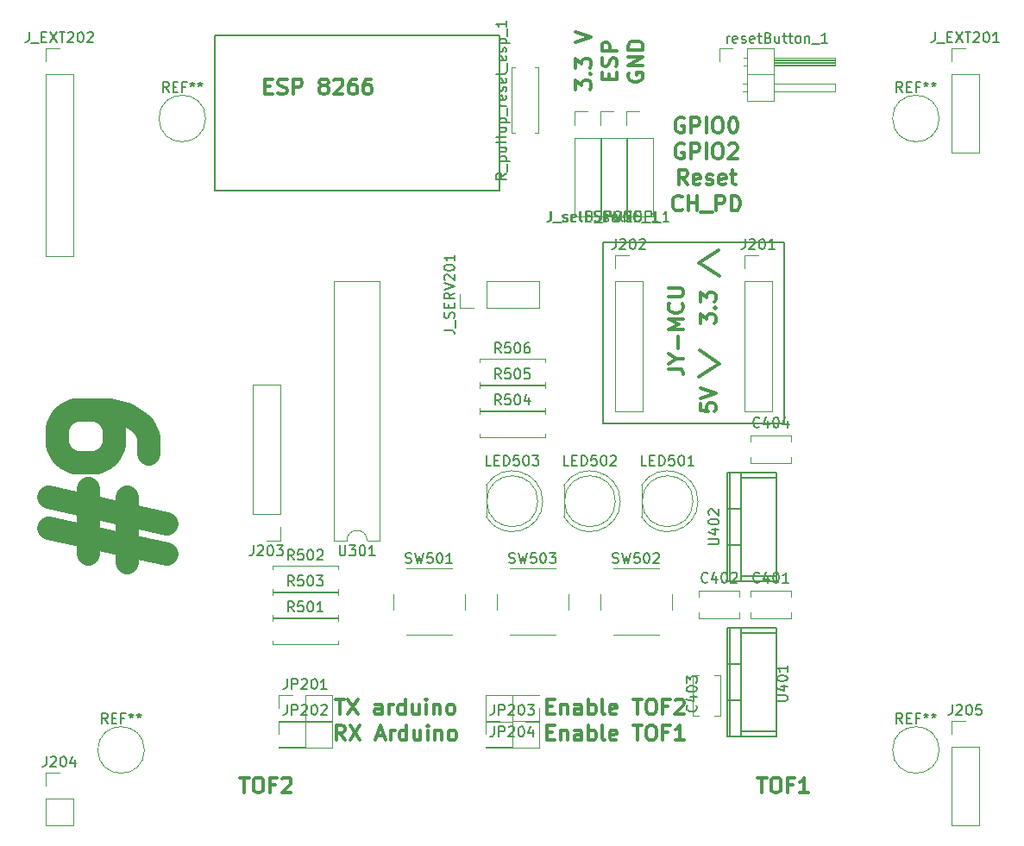
<source format=gbr>
G04 #@! TF.FileFunction,Legend,Top*
%FSLAX46Y46*%
G04 Gerber Fmt 4.6, Leading zero omitted, Abs format (unit mm)*
G04 Created by KiCad (PCBNEW 4.0.7) date 03/14/18 00:34:20*
%MOMM*%
%LPD*%
G01*
G04 APERTURE LIST*
%ADD10C,0.100000*%
%ADD11C,2.250000*%
%ADD12C,0.300000*%
%ADD13C,0.200000*%
%ADD14C,0.120000*%
%ADD15C,0.150000*%
G04 APERTURE END LIST*
D10*
D11*
X30710429Y-73746428D02*
X30710429Y-67317857D01*
X26853286Y-71175000D02*
X38424714Y-73746428D01*
X34567571Y-68175000D02*
X34567571Y-74603571D01*
X38424714Y-70746428D02*
X26853286Y-68175000D01*
X36710429Y-63889285D02*
X36710429Y-62175000D01*
X36281857Y-61317857D01*
X35853286Y-60889285D01*
X34567571Y-60032143D01*
X32853286Y-59603571D01*
X29424714Y-59603571D01*
X28567571Y-60032143D01*
X28139000Y-60460714D01*
X27710429Y-61317857D01*
X27710429Y-63032143D01*
X28139000Y-63889285D01*
X28567571Y-64317857D01*
X29424714Y-64746428D01*
X31567571Y-64746428D01*
X32424714Y-64317857D01*
X32853286Y-63889285D01*
X33281857Y-63032143D01*
X33281857Y-61317857D01*
X32853286Y-60460714D01*
X32424714Y-60032143D01*
X31567571Y-59603571D01*
D12*
X96488572Y-95698571D02*
X97345715Y-95698571D01*
X96917144Y-97198571D02*
X96917144Y-95698571D01*
X98131429Y-95698571D02*
X98417143Y-95698571D01*
X98560001Y-95770000D01*
X98702858Y-95912857D01*
X98774286Y-96198571D01*
X98774286Y-96698571D01*
X98702858Y-96984286D01*
X98560001Y-97127143D01*
X98417143Y-97198571D01*
X98131429Y-97198571D01*
X97988572Y-97127143D01*
X97845715Y-96984286D01*
X97774286Y-96698571D01*
X97774286Y-96198571D01*
X97845715Y-95912857D01*
X97988572Y-95770000D01*
X98131429Y-95698571D01*
X99917144Y-96412857D02*
X99417144Y-96412857D01*
X99417144Y-97198571D02*
X99417144Y-95698571D01*
X100131430Y-95698571D01*
X101488572Y-97198571D02*
X100631429Y-97198571D01*
X101060001Y-97198571D02*
X101060001Y-95698571D01*
X100917144Y-95912857D01*
X100774286Y-96055714D01*
X100631429Y-96127143D01*
X45688572Y-95698571D02*
X46545715Y-95698571D01*
X46117144Y-97198571D02*
X46117144Y-95698571D01*
X47331429Y-95698571D02*
X47617143Y-95698571D01*
X47760001Y-95770000D01*
X47902858Y-95912857D01*
X47974286Y-96198571D01*
X47974286Y-96698571D01*
X47902858Y-96984286D01*
X47760001Y-97127143D01*
X47617143Y-97198571D01*
X47331429Y-97198571D01*
X47188572Y-97127143D01*
X47045715Y-96984286D01*
X46974286Y-96698571D01*
X46974286Y-96198571D01*
X47045715Y-95912857D01*
X47188572Y-95770000D01*
X47331429Y-95698571D01*
X49117144Y-96412857D02*
X48617144Y-96412857D01*
X48617144Y-97198571D02*
X48617144Y-95698571D01*
X49331430Y-95698571D01*
X49831429Y-95841429D02*
X49902858Y-95770000D01*
X50045715Y-95698571D01*
X50402858Y-95698571D01*
X50545715Y-95770000D01*
X50617144Y-95841429D01*
X50688572Y-95984286D01*
X50688572Y-96127143D01*
X50617144Y-96341429D01*
X49760001Y-97198571D01*
X50688572Y-97198571D01*
X75821429Y-88717857D02*
X76321429Y-88717857D01*
X76535715Y-89503571D02*
X75821429Y-89503571D01*
X75821429Y-88003571D01*
X76535715Y-88003571D01*
X77178572Y-88503571D02*
X77178572Y-89503571D01*
X77178572Y-88646429D02*
X77250000Y-88575000D01*
X77392858Y-88503571D01*
X77607143Y-88503571D01*
X77750000Y-88575000D01*
X77821429Y-88717857D01*
X77821429Y-89503571D01*
X79178572Y-89503571D02*
X79178572Y-88717857D01*
X79107143Y-88575000D01*
X78964286Y-88503571D01*
X78678572Y-88503571D01*
X78535715Y-88575000D01*
X79178572Y-89432143D02*
X79035715Y-89503571D01*
X78678572Y-89503571D01*
X78535715Y-89432143D01*
X78464286Y-89289286D01*
X78464286Y-89146429D01*
X78535715Y-89003571D01*
X78678572Y-88932143D01*
X79035715Y-88932143D01*
X79178572Y-88860714D01*
X79892858Y-89503571D02*
X79892858Y-88003571D01*
X79892858Y-88575000D02*
X80035715Y-88503571D01*
X80321429Y-88503571D01*
X80464286Y-88575000D01*
X80535715Y-88646429D01*
X80607144Y-88789286D01*
X80607144Y-89217857D01*
X80535715Y-89360714D01*
X80464286Y-89432143D01*
X80321429Y-89503571D01*
X80035715Y-89503571D01*
X79892858Y-89432143D01*
X81464287Y-89503571D02*
X81321429Y-89432143D01*
X81250001Y-89289286D01*
X81250001Y-88003571D01*
X82607143Y-89432143D02*
X82464286Y-89503571D01*
X82178572Y-89503571D01*
X82035715Y-89432143D01*
X81964286Y-89289286D01*
X81964286Y-88717857D01*
X82035715Y-88575000D01*
X82178572Y-88503571D01*
X82464286Y-88503571D01*
X82607143Y-88575000D01*
X82678572Y-88717857D01*
X82678572Y-88860714D01*
X81964286Y-89003571D01*
X84250000Y-88003571D02*
X85107143Y-88003571D01*
X84678572Y-89503571D02*
X84678572Y-88003571D01*
X85892857Y-88003571D02*
X86178571Y-88003571D01*
X86321429Y-88075000D01*
X86464286Y-88217857D01*
X86535714Y-88503571D01*
X86535714Y-89003571D01*
X86464286Y-89289286D01*
X86321429Y-89432143D01*
X86178571Y-89503571D01*
X85892857Y-89503571D01*
X85750000Y-89432143D01*
X85607143Y-89289286D01*
X85535714Y-89003571D01*
X85535714Y-88503571D01*
X85607143Y-88217857D01*
X85750000Y-88075000D01*
X85892857Y-88003571D01*
X87678572Y-88717857D02*
X87178572Y-88717857D01*
X87178572Y-89503571D02*
X87178572Y-88003571D01*
X87892858Y-88003571D01*
X88392857Y-88146429D02*
X88464286Y-88075000D01*
X88607143Y-88003571D01*
X88964286Y-88003571D01*
X89107143Y-88075000D01*
X89178572Y-88146429D01*
X89250000Y-88289286D01*
X89250000Y-88432143D01*
X89178572Y-88646429D01*
X88321429Y-89503571D01*
X89250000Y-89503571D01*
X75821429Y-91267857D02*
X76321429Y-91267857D01*
X76535715Y-92053571D02*
X75821429Y-92053571D01*
X75821429Y-90553571D01*
X76535715Y-90553571D01*
X77178572Y-91053571D02*
X77178572Y-92053571D01*
X77178572Y-91196429D02*
X77250000Y-91125000D01*
X77392858Y-91053571D01*
X77607143Y-91053571D01*
X77750000Y-91125000D01*
X77821429Y-91267857D01*
X77821429Y-92053571D01*
X79178572Y-92053571D02*
X79178572Y-91267857D01*
X79107143Y-91125000D01*
X78964286Y-91053571D01*
X78678572Y-91053571D01*
X78535715Y-91125000D01*
X79178572Y-91982143D02*
X79035715Y-92053571D01*
X78678572Y-92053571D01*
X78535715Y-91982143D01*
X78464286Y-91839286D01*
X78464286Y-91696429D01*
X78535715Y-91553571D01*
X78678572Y-91482143D01*
X79035715Y-91482143D01*
X79178572Y-91410714D01*
X79892858Y-92053571D02*
X79892858Y-90553571D01*
X79892858Y-91125000D02*
X80035715Y-91053571D01*
X80321429Y-91053571D01*
X80464286Y-91125000D01*
X80535715Y-91196429D01*
X80607144Y-91339286D01*
X80607144Y-91767857D01*
X80535715Y-91910714D01*
X80464286Y-91982143D01*
X80321429Y-92053571D01*
X80035715Y-92053571D01*
X79892858Y-91982143D01*
X81464287Y-92053571D02*
X81321429Y-91982143D01*
X81250001Y-91839286D01*
X81250001Y-90553571D01*
X82607143Y-91982143D02*
X82464286Y-92053571D01*
X82178572Y-92053571D01*
X82035715Y-91982143D01*
X81964286Y-91839286D01*
X81964286Y-91267857D01*
X82035715Y-91125000D01*
X82178572Y-91053571D01*
X82464286Y-91053571D01*
X82607143Y-91125000D01*
X82678572Y-91267857D01*
X82678572Y-91410714D01*
X81964286Y-91553571D01*
X84250000Y-90553571D02*
X85107143Y-90553571D01*
X84678572Y-92053571D02*
X84678572Y-90553571D01*
X85892857Y-90553571D02*
X86178571Y-90553571D01*
X86321429Y-90625000D01*
X86464286Y-90767857D01*
X86535714Y-91053571D01*
X86535714Y-91553571D01*
X86464286Y-91839286D01*
X86321429Y-91982143D01*
X86178571Y-92053571D01*
X85892857Y-92053571D01*
X85750000Y-91982143D01*
X85607143Y-91839286D01*
X85535714Y-91553571D01*
X85535714Y-91053571D01*
X85607143Y-90767857D01*
X85750000Y-90625000D01*
X85892857Y-90553571D01*
X87678572Y-91267857D02*
X87178572Y-91267857D01*
X87178572Y-92053571D02*
X87178572Y-90553571D01*
X87892858Y-90553571D01*
X89250000Y-92053571D02*
X88392857Y-92053571D01*
X88821429Y-92053571D02*
X88821429Y-90553571D01*
X88678572Y-90767857D01*
X88535714Y-90910714D01*
X88392857Y-90982143D01*
X55031429Y-88003571D02*
X55888572Y-88003571D01*
X55460001Y-89503571D02*
X55460001Y-88003571D01*
X56245715Y-88003571D02*
X57245715Y-89503571D01*
X57245715Y-88003571D02*
X56245715Y-89503571D01*
X59602857Y-89503571D02*
X59602857Y-88717857D01*
X59531428Y-88575000D01*
X59388571Y-88503571D01*
X59102857Y-88503571D01*
X58960000Y-88575000D01*
X59602857Y-89432143D02*
X59460000Y-89503571D01*
X59102857Y-89503571D01*
X58960000Y-89432143D01*
X58888571Y-89289286D01*
X58888571Y-89146429D01*
X58960000Y-89003571D01*
X59102857Y-88932143D01*
X59460000Y-88932143D01*
X59602857Y-88860714D01*
X60317143Y-89503571D02*
X60317143Y-88503571D01*
X60317143Y-88789286D02*
X60388571Y-88646429D01*
X60460000Y-88575000D01*
X60602857Y-88503571D01*
X60745714Y-88503571D01*
X61888571Y-89503571D02*
X61888571Y-88003571D01*
X61888571Y-89432143D02*
X61745714Y-89503571D01*
X61460000Y-89503571D01*
X61317142Y-89432143D01*
X61245714Y-89360714D01*
X61174285Y-89217857D01*
X61174285Y-88789286D01*
X61245714Y-88646429D01*
X61317142Y-88575000D01*
X61460000Y-88503571D01*
X61745714Y-88503571D01*
X61888571Y-88575000D01*
X63245714Y-88503571D02*
X63245714Y-89503571D01*
X62602857Y-88503571D02*
X62602857Y-89289286D01*
X62674285Y-89432143D01*
X62817143Y-89503571D01*
X63031428Y-89503571D01*
X63174285Y-89432143D01*
X63245714Y-89360714D01*
X63960000Y-89503571D02*
X63960000Y-88503571D01*
X63960000Y-88003571D02*
X63888571Y-88075000D01*
X63960000Y-88146429D01*
X64031428Y-88075000D01*
X63960000Y-88003571D01*
X63960000Y-88146429D01*
X64674286Y-88503571D02*
X64674286Y-89503571D01*
X64674286Y-88646429D02*
X64745714Y-88575000D01*
X64888572Y-88503571D01*
X65102857Y-88503571D01*
X65245714Y-88575000D01*
X65317143Y-88717857D01*
X65317143Y-89503571D01*
X66245715Y-89503571D02*
X66102857Y-89432143D01*
X66031429Y-89360714D01*
X65960000Y-89217857D01*
X65960000Y-88789286D01*
X66031429Y-88646429D01*
X66102857Y-88575000D01*
X66245715Y-88503571D01*
X66460000Y-88503571D01*
X66602857Y-88575000D01*
X66674286Y-88646429D01*
X66745715Y-88789286D01*
X66745715Y-89217857D01*
X66674286Y-89360714D01*
X66602857Y-89432143D01*
X66460000Y-89503571D01*
X66245715Y-89503571D01*
X55960001Y-92053571D02*
X55460001Y-91339286D01*
X55102858Y-92053571D02*
X55102858Y-90553571D01*
X55674286Y-90553571D01*
X55817144Y-90625000D01*
X55888572Y-90696429D01*
X55960001Y-90839286D01*
X55960001Y-91053571D01*
X55888572Y-91196429D01*
X55817144Y-91267857D01*
X55674286Y-91339286D01*
X55102858Y-91339286D01*
X56460001Y-90553571D02*
X57460001Y-92053571D01*
X57460001Y-90553571D02*
X56460001Y-92053571D01*
X59102857Y-91625000D02*
X59817143Y-91625000D01*
X58960000Y-92053571D02*
X59460000Y-90553571D01*
X59960000Y-92053571D01*
X60460000Y-92053571D02*
X60460000Y-91053571D01*
X60460000Y-91339286D02*
X60531428Y-91196429D01*
X60602857Y-91125000D01*
X60745714Y-91053571D01*
X60888571Y-91053571D01*
X62031428Y-92053571D02*
X62031428Y-90553571D01*
X62031428Y-91982143D02*
X61888571Y-92053571D01*
X61602857Y-92053571D01*
X61459999Y-91982143D01*
X61388571Y-91910714D01*
X61317142Y-91767857D01*
X61317142Y-91339286D01*
X61388571Y-91196429D01*
X61459999Y-91125000D01*
X61602857Y-91053571D01*
X61888571Y-91053571D01*
X62031428Y-91125000D01*
X63388571Y-91053571D02*
X63388571Y-92053571D01*
X62745714Y-91053571D02*
X62745714Y-91839286D01*
X62817142Y-91982143D01*
X62960000Y-92053571D01*
X63174285Y-92053571D01*
X63317142Y-91982143D01*
X63388571Y-91910714D01*
X64102857Y-92053571D02*
X64102857Y-91053571D01*
X64102857Y-90553571D02*
X64031428Y-90625000D01*
X64102857Y-90696429D01*
X64174285Y-90625000D01*
X64102857Y-90553571D01*
X64102857Y-90696429D01*
X64817143Y-91053571D02*
X64817143Y-92053571D01*
X64817143Y-91196429D02*
X64888571Y-91125000D01*
X65031429Y-91053571D01*
X65245714Y-91053571D01*
X65388571Y-91125000D01*
X65460000Y-91267857D01*
X65460000Y-92053571D01*
X66388572Y-92053571D02*
X66245714Y-91982143D01*
X66174286Y-91910714D01*
X66102857Y-91767857D01*
X66102857Y-91339286D01*
X66174286Y-91196429D01*
X66245714Y-91125000D01*
X66388572Y-91053571D01*
X66602857Y-91053571D01*
X66745714Y-91125000D01*
X66817143Y-91196429D01*
X66888572Y-91339286D01*
X66888572Y-91767857D01*
X66817143Y-91910714D01*
X66745714Y-91982143D01*
X66602857Y-92053571D01*
X66388572Y-92053571D01*
X89225714Y-30985000D02*
X89082857Y-30913571D01*
X88868571Y-30913571D01*
X88654286Y-30985000D01*
X88511428Y-31127857D01*
X88440000Y-31270714D01*
X88368571Y-31556429D01*
X88368571Y-31770714D01*
X88440000Y-32056429D01*
X88511428Y-32199286D01*
X88654286Y-32342143D01*
X88868571Y-32413571D01*
X89011428Y-32413571D01*
X89225714Y-32342143D01*
X89297143Y-32270714D01*
X89297143Y-31770714D01*
X89011428Y-31770714D01*
X89940000Y-32413571D02*
X89940000Y-30913571D01*
X90511428Y-30913571D01*
X90654286Y-30985000D01*
X90725714Y-31056429D01*
X90797143Y-31199286D01*
X90797143Y-31413571D01*
X90725714Y-31556429D01*
X90654286Y-31627857D01*
X90511428Y-31699286D01*
X89940000Y-31699286D01*
X91440000Y-32413571D02*
X91440000Y-30913571D01*
X92440000Y-30913571D02*
X92725714Y-30913571D01*
X92868572Y-30985000D01*
X93011429Y-31127857D01*
X93082857Y-31413571D01*
X93082857Y-31913571D01*
X93011429Y-32199286D01*
X92868572Y-32342143D01*
X92725714Y-32413571D01*
X92440000Y-32413571D01*
X92297143Y-32342143D01*
X92154286Y-32199286D01*
X92082857Y-31913571D01*
X92082857Y-31413571D01*
X92154286Y-31127857D01*
X92297143Y-30985000D01*
X92440000Y-30913571D01*
X94011429Y-30913571D02*
X94154286Y-30913571D01*
X94297143Y-30985000D01*
X94368572Y-31056429D01*
X94440001Y-31199286D01*
X94511429Y-31485000D01*
X94511429Y-31842143D01*
X94440001Y-32127857D01*
X94368572Y-32270714D01*
X94297143Y-32342143D01*
X94154286Y-32413571D01*
X94011429Y-32413571D01*
X93868572Y-32342143D01*
X93797143Y-32270714D01*
X93725715Y-32127857D01*
X93654286Y-31842143D01*
X93654286Y-31485000D01*
X93725715Y-31199286D01*
X93797143Y-31056429D01*
X93868572Y-30985000D01*
X94011429Y-30913571D01*
X89225714Y-33535000D02*
X89082857Y-33463571D01*
X88868571Y-33463571D01*
X88654286Y-33535000D01*
X88511428Y-33677857D01*
X88440000Y-33820714D01*
X88368571Y-34106429D01*
X88368571Y-34320714D01*
X88440000Y-34606429D01*
X88511428Y-34749286D01*
X88654286Y-34892143D01*
X88868571Y-34963571D01*
X89011428Y-34963571D01*
X89225714Y-34892143D01*
X89297143Y-34820714D01*
X89297143Y-34320714D01*
X89011428Y-34320714D01*
X89940000Y-34963571D02*
X89940000Y-33463571D01*
X90511428Y-33463571D01*
X90654286Y-33535000D01*
X90725714Y-33606429D01*
X90797143Y-33749286D01*
X90797143Y-33963571D01*
X90725714Y-34106429D01*
X90654286Y-34177857D01*
X90511428Y-34249286D01*
X89940000Y-34249286D01*
X91440000Y-34963571D02*
X91440000Y-33463571D01*
X92440000Y-33463571D02*
X92725714Y-33463571D01*
X92868572Y-33535000D01*
X93011429Y-33677857D01*
X93082857Y-33963571D01*
X93082857Y-34463571D01*
X93011429Y-34749286D01*
X92868572Y-34892143D01*
X92725714Y-34963571D01*
X92440000Y-34963571D01*
X92297143Y-34892143D01*
X92154286Y-34749286D01*
X92082857Y-34463571D01*
X92082857Y-33963571D01*
X92154286Y-33677857D01*
X92297143Y-33535000D01*
X92440000Y-33463571D01*
X93654286Y-33606429D02*
X93725715Y-33535000D01*
X93868572Y-33463571D01*
X94225715Y-33463571D01*
X94368572Y-33535000D01*
X94440001Y-33606429D01*
X94511429Y-33749286D01*
X94511429Y-33892143D01*
X94440001Y-34106429D01*
X93582858Y-34963571D01*
X94511429Y-34963571D01*
X89582858Y-37513571D02*
X89082858Y-36799286D01*
X88725715Y-37513571D02*
X88725715Y-36013571D01*
X89297143Y-36013571D01*
X89440001Y-36085000D01*
X89511429Y-36156429D01*
X89582858Y-36299286D01*
X89582858Y-36513571D01*
X89511429Y-36656429D01*
X89440001Y-36727857D01*
X89297143Y-36799286D01*
X88725715Y-36799286D01*
X90797143Y-37442143D02*
X90654286Y-37513571D01*
X90368572Y-37513571D01*
X90225715Y-37442143D01*
X90154286Y-37299286D01*
X90154286Y-36727857D01*
X90225715Y-36585000D01*
X90368572Y-36513571D01*
X90654286Y-36513571D01*
X90797143Y-36585000D01*
X90868572Y-36727857D01*
X90868572Y-36870714D01*
X90154286Y-37013571D01*
X91440000Y-37442143D02*
X91582857Y-37513571D01*
X91868572Y-37513571D01*
X92011429Y-37442143D01*
X92082857Y-37299286D01*
X92082857Y-37227857D01*
X92011429Y-37085000D01*
X91868572Y-37013571D01*
X91654286Y-37013571D01*
X91511429Y-36942143D01*
X91440000Y-36799286D01*
X91440000Y-36727857D01*
X91511429Y-36585000D01*
X91654286Y-36513571D01*
X91868572Y-36513571D01*
X92011429Y-36585000D01*
X93297143Y-37442143D02*
X93154286Y-37513571D01*
X92868572Y-37513571D01*
X92725715Y-37442143D01*
X92654286Y-37299286D01*
X92654286Y-36727857D01*
X92725715Y-36585000D01*
X92868572Y-36513571D01*
X93154286Y-36513571D01*
X93297143Y-36585000D01*
X93368572Y-36727857D01*
X93368572Y-36870714D01*
X92654286Y-37013571D01*
X93797143Y-36513571D02*
X94368572Y-36513571D01*
X94011429Y-36013571D02*
X94011429Y-37299286D01*
X94082857Y-37442143D01*
X94225715Y-37513571D01*
X94368572Y-37513571D01*
X89047143Y-39920714D02*
X88975714Y-39992143D01*
X88761428Y-40063571D01*
X88618571Y-40063571D01*
X88404286Y-39992143D01*
X88261428Y-39849286D01*
X88190000Y-39706429D01*
X88118571Y-39420714D01*
X88118571Y-39206429D01*
X88190000Y-38920714D01*
X88261428Y-38777857D01*
X88404286Y-38635000D01*
X88618571Y-38563571D01*
X88761428Y-38563571D01*
X88975714Y-38635000D01*
X89047143Y-38706429D01*
X89690000Y-40063571D02*
X89690000Y-38563571D01*
X89690000Y-39277857D02*
X90547143Y-39277857D01*
X90547143Y-40063571D02*
X90547143Y-38563571D01*
X90904286Y-40206429D02*
X92047143Y-40206429D01*
X92404286Y-40063571D02*
X92404286Y-38563571D01*
X92975714Y-38563571D01*
X93118572Y-38635000D01*
X93190000Y-38706429D01*
X93261429Y-38849286D01*
X93261429Y-39063571D01*
X93190000Y-39206429D01*
X93118572Y-39277857D01*
X92975714Y-39349286D01*
X92404286Y-39349286D01*
X93904286Y-40063571D02*
X93904286Y-38563571D01*
X94261429Y-38563571D01*
X94475714Y-38635000D01*
X94618572Y-38777857D01*
X94690000Y-38920714D01*
X94761429Y-39206429D01*
X94761429Y-39420714D01*
X94690000Y-39706429D01*
X94618572Y-39849286D01*
X94475714Y-39992143D01*
X94261429Y-40063571D01*
X93904286Y-40063571D01*
X78628571Y-28185713D02*
X78628571Y-27257142D01*
X79200000Y-27757142D01*
X79200000Y-27542856D01*
X79271429Y-27399999D01*
X79342857Y-27328570D01*
X79485714Y-27257142D01*
X79842857Y-27257142D01*
X79985714Y-27328570D01*
X80057143Y-27399999D01*
X80128571Y-27542856D01*
X80128571Y-27971428D01*
X80057143Y-28114285D01*
X79985714Y-28185713D01*
X79985714Y-26614285D02*
X80057143Y-26542857D01*
X80128571Y-26614285D01*
X80057143Y-26685714D01*
X79985714Y-26614285D01*
X80128571Y-26614285D01*
X78628571Y-26042856D02*
X78628571Y-25114285D01*
X79200000Y-25614285D01*
X79200000Y-25399999D01*
X79271429Y-25257142D01*
X79342857Y-25185713D01*
X79485714Y-25114285D01*
X79842857Y-25114285D01*
X79985714Y-25185713D01*
X80057143Y-25257142D01*
X80128571Y-25399999D01*
X80128571Y-25828571D01*
X80057143Y-25971428D01*
X79985714Y-26042856D01*
X78628571Y-23542857D02*
X80128571Y-23042857D01*
X78628571Y-22542857D01*
X81892857Y-27185714D02*
X81892857Y-26685714D01*
X82678571Y-26471428D02*
X82678571Y-27185714D01*
X81178571Y-27185714D01*
X81178571Y-26471428D01*
X82607143Y-25900000D02*
X82678571Y-25685714D01*
X82678571Y-25328571D01*
X82607143Y-25185714D01*
X82535714Y-25114285D01*
X82392857Y-25042857D01*
X82250000Y-25042857D01*
X82107143Y-25114285D01*
X82035714Y-25185714D01*
X81964286Y-25328571D01*
X81892857Y-25614285D01*
X81821429Y-25757143D01*
X81750000Y-25828571D01*
X81607143Y-25900000D01*
X81464286Y-25900000D01*
X81321429Y-25828571D01*
X81250000Y-25757143D01*
X81178571Y-25614285D01*
X81178571Y-25257143D01*
X81250000Y-25042857D01*
X82678571Y-24400000D02*
X81178571Y-24400000D01*
X81178571Y-23828572D01*
X81250000Y-23685714D01*
X81321429Y-23614286D01*
X81464286Y-23542857D01*
X81678571Y-23542857D01*
X81821429Y-23614286D01*
X81892857Y-23685714D01*
X81964286Y-23828572D01*
X81964286Y-24400000D01*
X83800000Y-26542857D02*
X83728571Y-26685714D01*
X83728571Y-26900000D01*
X83800000Y-27114285D01*
X83942857Y-27257143D01*
X84085714Y-27328571D01*
X84371429Y-27400000D01*
X84585714Y-27400000D01*
X84871429Y-27328571D01*
X85014286Y-27257143D01*
X85157143Y-27114285D01*
X85228571Y-26900000D01*
X85228571Y-26757143D01*
X85157143Y-26542857D01*
X85085714Y-26471428D01*
X84585714Y-26471428D01*
X84585714Y-26757143D01*
X85228571Y-25828571D02*
X83728571Y-25828571D01*
X85228571Y-24971428D01*
X83728571Y-24971428D01*
X85228571Y-24257142D02*
X83728571Y-24257142D01*
X83728571Y-23899999D01*
X83800000Y-23685714D01*
X83942857Y-23542856D01*
X84085714Y-23471428D01*
X84371429Y-23399999D01*
X84585714Y-23399999D01*
X84871429Y-23471428D01*
X85014286Y-23542856D01*
X85157143Y-23685714D01*
X85228571Y-23899999D01*
X85228571Y-24257142D01*
X48125716Y-27832857D02*
X48625716Y-27832857D01*
X48840002Y-28618571D02*
X48125716Y-28618571D01*
X48125716Y-27118571D01*
X48840002Y-27118571D01*
X49411430Y-28547143D02*
X49625716Y-28618571D01*
X49982859Y-28618571D01*
X50125716Y-28547143D01*
X50197145Y-28475714D01*
X50268573Y-28332857D01*
X50268573Y-28190000D01*
X50197145Y-28047143D01*
X50125716Y-27975714D01*
X49982859Y-27904286D01*
X49697145Y-27832857D01*
X49554287Y-27761429D01*
X49482859Y-27690000D01*
X49411430Y-27547143D01*
X49411430Y-27404286D01*
X49482859Y-27261429D01*
X49554287Y-27190000D01*
X49697145Y-27118571D01*
X50054287Y-27118571D01*
X50268573Y-27190000D01*
X50911430Y-28618571D02*
X50911430Y-27118571D01*
X51482858Y-27118571D01*
X51625716Y-27190000D01*
X51697144Y-27261429D01*
X51768573Y-27404286D01*
X51768573Y-27618571D01*
X51697144Y-27761429D01*
X51625716Y-27832857D01*
X51482858Y-27904286D01*
X50911430Y-27904286D01*
X53768573Y-27761429D02*
X53625715Y-27690000D01*
X53554287Y-27618571D01*
X53482858Y-27475714D01*
X53482858Y-27404286D01*
X53554287Y-27261429D01*
X53625715Y-27190000D01*
X53768573Y-27118571D01*
X54054287Y-27118571D01*
X54197144Y-27190000D01*
X54268573Y-27261429D01*
X54340001Y-27404286D01*
X54340001Y-27475714D01*
X54268573Y-27618571D01*
X54197144Y-27690000D01*
X54054287Y-27761429D01*
X53768573Y-27761429D01*
X53625715Y-27832857D01*
X53554287Y-27904286D01*
X53482858Y-28047143D01*
X53482858Y-28332857D01*
X53554287Y-28475714D01*
X53625715Y-28547143D01*
X53768573Y-28618571D01*
X54054287Y-28618571D01*
X54197144Y-28547143D01*
X54268573Y-28475714D01*
X54340001Y-28332857D01*
X54340001Y-28047143D01*
X54268573Y-27904286D01*
X54197144Y-27832857D01*
X54054287Y-27761429D01*
X54911429Y-27261429D02*
X54982858Y-27190000D01*
X55125715Y-27118571D01*
X55482858Y-27118571D01*
X55625715Y-27190000D01*
X55697144Y-27261429D01*
X55768572Y-27404286D01*
X55768572Y-27547143D01*
X55697144Y-27761429D01*
X54840001Y-28618571D01*
X55768572Y-28618571D01*
X57054286Y-27118571D02*
X56768572Y-27118571D01*
X56625715Y-27190000D01*
X56554286Y-27261429D01*
X56411429Y-27475714D01*
X56340000Y-27761429D01*
X56340000Y-28332857D01*
X56411429Y-28475714D01*
X56482857Y-28547143D01*
X56625715Y-28618571D01*
X56911429Y-28618571D01*
X57054286Y-28547143D01*
X57125715Y-28475714D01*
X57197143Y-28332857D01*
X57197143Y-27975714D01*
X57125715Y-27832857D01*
X57054286Y-27761429D01*
X56911429Y-27690000D01*
X56625715Y-27690000D01*
X56482857Y-27761429D01*
X56411429Y-27832857D01*
X56340000Y-27975714D01*
X58482857Y-27118571D02*
X58197143Y-27118571D01*
X58054286Y-27190000D01*
X57982857Y-27261429D01*
X57840000Y-27475714D01*
X57768571Y-27761429D01*
X57768571Y-28332857D01*
X57840000Y-28475714D01*
X57911428Y-28547143D01*
X58054286Y-28618571D01*
X58340000Y-28618571D01*
X58482857Y-28547143D01*
X58554286Y-28475714D01*
X58625714Y-28332857D01*
X58625714Y-27975714D01*
X58554286Y-27832857D01*
X58482857Y-27761429D01*
X58340000Y-27690000D01*
X58054286Y-27690000D01*
X57911428Y-27761429D01*
X57840000Y-27832857D01*
X57768571Y-27975714D01*
D13*
X71120000Y-38100000D02*
X71120000Y-22860000D01*
X43180000Y-38100000D02*
X71120000Y-38100000D01*
X43180000Y-22860000D02*
X43180000Y-38100000D01*
X71120000Y-22860000D02*
X43180000Y-22860000D01*
D12*
X90872571Y-58998570D02*
X90872571Y-59712856D01*
X91586857Y-59784285D01*
X91515429Y-59712856D01*
X91444000Y-59569999D01*
X91444000Y-59212856D01*
X91515429Y-59069999D01*
X91586857Y-58998570D01*
X91729714Y-58927142D01*
X92086857Y-58927142D01*
X92229714Y-58998570D01*
X92301143Y-59069999D01*
X92372571Y-59212856D01*
X92372571Y-59569999D01*
X92301143Y-59712856D01*
X92229714Y-59784285D01*
X90872571Y-58498571D02*
X92372571Y-57998571D01*
X90872571Y-57498571D01*
X90729714Y-56355714D02*
X92658286Y-55070000D01*
X90801143Y-53784286D02*
X92729714Y-55070000D01*
X90872571Y-51141428D02*
X90872571Y-50212857D01*
X91444000Y-50712857D01*
X91444000Y-50498571D01*
X91515429Y-50355714D01*
X91586857Y-50284285D01*
X91729714Y-50212857D01*
X92086857Y-50212857D01*
X92229714Y-50284285D01*
X92301143Y-50355714D01*
X92372571Y-50498571D01*
X92372571Y-50927143D01*
X92301143Y-51070000D01*
X92229714Y-51141428D01*
X92229714Y-49570000D02*
X92301143Y-49498572D01*
X92372571Y-49570000D01*
X92301143Y-49641429D01*
X92229714Y-49570000D01*
X92372571Y-49570000D01*
X90872571Y-48998571D02*
X90872571Y-48070000D01*
X91444000Y-48570000D01*
X91444000Y-48355714D01*
X91515429Y-48212857D01*
X91586857Y-48141428D01*
X91729714Y-48070000D01*
X92086857Y-48070000D01*
X92229714Y-48141428D01*
X92301143Y-48212857D01*
X92372571Y-48355714D01*
X92372571Y-48784286D01*
X92301143Y-48927143D01*
X92229714Y-48998571D01*
X90801143Y-45212858D02*
X92729714Y-46498572D01*
X90729714Y-45212857D02*
X92658286Y-43927143D01*
X87697571Y-55566000D02*
X88769000Y-55566000D01*
X88983286Y-55637428D01*
X89126143Y-55780285D01*
X89197571Y-55994571D01*
X89197571Y-56137428D01*
X88483286Y-54566000D02*
X89197571Y-54566000D01*
X87697571Y-55066000D02*
X88483286Y-54566000D01*
X87697571Y-54066000D01*
X88626143Y-53566000D02*
X88626143Y-52423143D01*
X89197571Y-51708857D02*
X87697571Y-51708857D01*
X88769000Y-51208857D01*
X87697571Y-50708857D01*
X89197571Y-50708857D01*
X89054714Y-49137428D02*
X89126143Y-49208857D01*
X89197571Y-49423143D01*
X89197571Y-49566000D01*
X89126143Y-49780285D01*
X88983286Y-49923143D01*
X88840429Y-49994571D01*
X88554714Y-50066000D01*
X88340429Y-50066000D01*
X88054714Y-49994571D01*
X87911857Y-49923143D01*
X87769000Y-49780285D01*
X87697571Y-49566000D01*
X87697571Y-49423143D01*
X87769000Y-49208857D01*
X87840429Y-49137428D01*
X87697571Y-48494571D02*
X88911857Y-48494571D01*
X89054714Y-48423143D01*
X89126143Y-48351714D01*
X89197571Y-48208857D01*
X89197571Y-47923143D01*
X89126143Y-47780285D01*
X89054714Y-47708857D01*
X88911857Y-47637428D01*
X87697571Y-47637428D01*
D13*
X81280000Y-60960000D02*
X81280000Y-43180000D01*
X99060000Y-60960000D02*
X81280000Y-60960000D01*
X99060000Y-43180000D02*
X99060000Y-60960000D01*
X81280000Y-43180000D02*
X99060000Y-43180000D01*
D14*
X115510000Y-26670000D02*
X115510000Y-34350000D01*
X115510000Y-34350000D02*
X118170000Y-34350000D01*
X118170000Y-34350000D02*
X118170000Y-26670000D01*
X118170000Y-26670000D02*
X115510000Y-26670000D01*
X115510000Y-25400000D02*
X115510000Y-24070000D01*
X115510000Y-24070000D02*
X116840000Y-24070000D01*
X26610000Y-26670000D02*
X26610000Y-44510000D01*
X26610000Y-44510000D02*
X29270000Y-44510000D01*
X29270000Y-44510000D02*
X29270000Y-26670000D01*
X29270000Y-26670000D02*
X26610000Y-26670000D01*
X26610000Y-25400000D02*
X26610000Y-24070000D01*
X26610000Y-24070000D02*
X27940000Y-24070000D01*
X83560000Y-32910000D02*
X83560000Y-40590000D01*
X83560000Y-40590000D02*
X86220000Y-40590000D01*
X86220000Y-40590000D02*
X86220000Y-32910000D01*
X86220000Y-32910000D02*
X83560000Y-32910000D01*
X83560000Y-31640000D02*
X83560000Y-30310000D01*
X83560000Y-30310000D02*
X84890000Y-30310000D01*
X78480000Y-32910000D02*
X78480000Y-40590000D01*
X78480000Y-40590000D02*
X81140000Y-40590000D01*
X81140000Y-40590000D02*
X81140000Y-32910000D01*
X81140000Y-32910000D02*
X78480000Y-32910000D01*
X78480000Y-31640000D02*
X78480000Y-30310000D01*
X78480000Y-30310000D02*
X79810000Y-30310000D01*
X81020000Y-32910000D02*
X81020000Y-40590000D01*
X81020000Y-40590000D02*
X83680000Y-40590000D01*
X83680000Y-40590000D02*
X83680000Y-32910000D01*
X83680000Y-32910000D02*
X81020000Y-32910000D01*
X81020000Y-31640000D02*
X81020000Y-30310000D01*
X81020000Y-30310000D02*
X82350000Y-30310000D01*
X69850000Y-49590000D02*
X74990000Y-49590000D01*
X74990000Y-49590000D02*
X74990000Y-46930000D01*
X74990000Y-46930000D02*
X69850000Y-46930000D01*
X69850000Y-46930000D02*
X69850000Y-49590000D01*
X68580000Y-49590000D02*
X67250000Y-49590000D01*
X67250000Y-49590000D02*
X67250000Y-48260000D01*
D15*
X94869000Y-81534000D02*
X98298000Y-81534000D01*
X94869000Y-91186000D02*
X98298000Y-91186000D01*
X93726000Y-81026000D02*
X93726000Y-91694000D01*
X94742000Y-84582000D02*
X93472000Y-84582000D01*
X94742000Y-88138000D02*
X93472000Y-88138000D01*
X94869000Y-91694000D02*
X94869000Y-81026000D01*
X98298000Y-81026000D02*
X98298000Y-91694000D01*
X93472000Y-91694000D02*
X98298000Y-91694000D01*
X93472000Y-81026000D02*
X98298000Y-81026000D01*
X93472000Y-81026000D02*
X93472000Y-91694000D01*
X94869000Y-66294000D02*
X98298000Y-66294000D01*
X94869000Y-75946000D02*
X98298000Y-75946000D01*
X93726000Y-65786000D02*
X93726000Y-76454000D01*
X94742000Y-69342000D02*
X93472000Y-69342000D01*
X94742000Y-72898000D02*
X93472000Y-72898000D01*
X94869000Y-76454000D02*
X94869000Y-65786000D01*
X98298000Y-65786000D02*
X98298000Y-76454000D01*
X93472000Y-76454000D02*
X98298000Y-76454000D01*
X93472000Y-65786000D02*
X98298000Y-65786000D01*
X93472000Y-65786000D02*
X93472000Y-76454000D01*
D14*
X95190000Y-46990000D02*
X95190000Y-59750000D01*
X95190000Y-59750000D02*
X97850000Y-59750000D01*
X97850000Y-59750000D02*
X97850000Y-46990000D01*
X97850000Y-46990000D02*
X95190000Y-46990000D01*
X95190000Y-45720000D02*
X95190000Y-44390000D01*
X95190000Y-44390000D02*
X96520000Y-44390000D01*
X82490000Y-46990000D02*
X82490000Y-59750000D01*
X82490000Y-59750000D02*
X85150000Y-59750000D01*
X85150000Y-59750000D02*
X85150000Y-46990000D01*
X85150000Y-46990000D02*
X82490000Y-46990000D01*
X82490000Y-45720000D02*
X82490000Y-44390000D01*
X82490000Y-44390000D02*
X83820000Y-44390000D01*
X49470000Y-90230000D02*
X54670000Y-90230000D01*
X49470000Y-90170000D02*
X49470000Y-90230000D01*
X54670000Y-87570000D02*
X54670000Y-90230000D01*
X49470000Y-90170000D02*
X52070000Y-90170000D01*
X52070000Y-90170000D02*
X52070000Y-87570000D01*
X52070000Y-87570000D02*
X54670000Y-87570000D01*
X49470000Y-88900000D02*
X49470000Y-87570000D01*
X49470000Y-87570000D02*
X50800000Y-87570000D01*
X49470000Y-92770000D02*
X54670000Y-92770000D01*
X49470000Y-92710000D02*
X49470000Y-92770000D01*
X54670000Y-90110000D02*
X54670000Y-92770000D01*
X49470000Y-92710000D02*
X52070000Y-92710000D01*
X52070000Y-92710000D02*
X52070000Y-90110000D01*
X52070000Y-90110000D02*
X54670000Y-90110000D01*
X49470000Y-91440000D02*
X49470000Y-90110000D01*
X49470000Y-90110000D02*
X50800000Y-90110000D01*
X95810000Y-77380000D02*
X99730000Y-77380000D01*
X95810000Y-80100000D02*
X99730000Y-80100000D01*
X95810000Y-77380000D02*
X95810000Y-77990000D01*
X95810000Y-79490000D02*
X95810000Y-80100000D01*
X99730000Y-77380000D02*
X99730000Y-77990000D01*
X99730000Y-79490000D02*
X99730000Y-80100000D01*
X90730000Y-77380000D02*
X94650000Y-77380000D01*
X90730000Y-80100000D02*
X94650000Y-80100000D01*
X90730000Y-77380000D02*
X90730000Y-77990000D01*
X90730000Y-79490000D02*
X90730000Y-80100000D01*
X94650000Y-77380000D02*
X94650000Y-77990000D01*
X94650000Y-79490000D02*
X94650000Y-80100000D01*
X90080000Y-89610000D02*
X90080000Y-85690000D01*
X92800000Y-89610000D02*
X92800000Y-85690000D01*
X90080000Y-89610000D02*
X90690000Y-89610000D01*
X92190000Y-89610000D02*
X92800000Y-89610000D01*
X90080000Y-85690000D02*
X90690000Y-85690000D01*
X92190000Y-85690000D02*
X92800000Y-85690000D01*
X95810000Y-62140000D02*
X99730000Y-62140000D01*
X95810000Y-64860000D02*
X99730000Y-64860000D01*
X95810000Y-62140000D02*
X95810000Y-62750000D01*
X95810000Y-64250000D02*
X95810000Y-64860000D01*
X99730000Y-62140000D02*
X99730000Y-62750000D01*
X99730000Y-64250000D02*
X99730000Y-64860000D01*
X49590000Y-57090000D02*
X46930000Y-57090000D01*
X49590000Y-69850000D02*
X49590000Y-57090000D01*
X46930000Y-69850000D02*
X46930000Y-57090000D01*
X49590000Y-69850000D02*
X46930000Y-69850000D01*
X49590000Y-71120000D02*
X49590000Y-72450000D01*
X49590000Y-72450000D02*
X48260000Y-72450000D01*
X26610000Y-100390000D02*
X29270000Y-100390000D01*
X26610000Y-97790000D02*
X26610000Y-100390000D01*
X29270000Y-97790000D02*
X29270000Y-100390000D01*
X26610000Y-97790000D02*
X29270000Y-97790000D01*
X26610000Y-96520000D02*
X26610000Y-95190000D01*
X26610000Y-95190000D02*
X27940000Y-95190000D01*
X69790000Y-92770000D02*
X74990000Y-92770000D01*
X69790000Y-92710000D02*
X69790000Y-92770000D01*
X74990000Y-90110000D02*
X74990000Y-92770000D01*
X69790000Y-92710000D02*
X72390000Y-92710000D01*
X72390000Y-92710000D02*
X72390000Y-90110000D01*
X72390000Y-90110000D02*
X74990000Y-90110000D01*
X69790000Y-91440000D02*
X69790000Y-90110000D01*
X69790000Y-90110000D02*
X71120000Y-90110000D01*
X74990000Y-87570000D02*
X69790000Y-87570000D01*
X74990000Y-87630000D02*
X74990000Y-87570000D01*
X69790000Y-90230000D02*
X69790000Y-87570000D01*
X74990000Y-87630000D02*
X72390000Y-87630000D01*
X72390000Y-87630000D02*
X72390000Y-90230000D01*
X72390000Y-90230000D02*
X69790000Y-90230000D01*
X74990000Y-88900000D02*
X74990000Y-90230000D01*
X74990000Y-90230000D02*
X73660000Y-90230000D01*
X90620000Y-68580462D02*
G75*
G03X85070000Y-67035170I-2990000J462D01*
G01*
X90620000Y-68579538D02*
G75*
G02X85070000Y-70124830I-2990000J-462D01*
G01*
X90130000Y-68580000D02*
G75*
G03X90130000Y-68580000I-2500000J0D01*
G01*
X85070000Y-67035000D02*
X85070000Y-70125000D01*
X83000000Y-68580462D02*
G75*
G03X77450000Y-67035170I-2990000J462D01*
G01*
X83000000Y-68579538D02*
G75*
G02X77450000Y-70124830I-2990000J-462D01*
G01*
X82510000Y-68580000D02*
G75*
G03X82510000Y-68580000I-2500000J0D01*
G01*
X77450000Y-67035000D02*
X77450000Y-70125000D01*
X75380000Y-68580462D02*
G75*
G03X69830000Y-67035170I-2990000J462D01*
G01*
X75380000Y-68579538D02*
G75*
G02X69830000Y-70124830I-2990000J-462D01*
G01*
X74890000Y-68580000D02*
G75*
G03X74890000Y-68580000I-2500000J0D01*
G01*
X69830000Y-67035000D02*
X69830000Y-70125000D01*
X48860000Y-80300000D02*
X48860000Y-79970000D01*
X48860000Y-79970000D02*
X55280000Y-79970000D01*
X55280000Y-79970000D02*
X55280000Y-80300000D01*
X48860000Y-82260000D02*
X48860000Y-82590000D01*
X48860000Y-82590000D02*
X55280000Y-82590000D01*
X55280000Y-82590000D02*
X55280000Y-82260000D01*
X48860000Y-75220000D02*
X48860000Y-74890000D01*
X48860000Y-74890000D02*
X55280000Y-74890000D01*
X55280000Y-74890000D02*
X55280000Y-75220000D01*
X48860000Y-77180000D02*
X48860000Y-77510000D01*
X48860000Y-77510000D02*
X55280000Y-77510000D01*
X55280000Y-77510000D02*
X55280000Y-77180000D01*
X48860000Y-77760000D02*
X48860000Y-77430000D01*
X48860000Y-77430000D02*
X55280000Y-77430000D01*
X55280000Y-77430000D02*
X55280000Y-77760000D01*
X48860000Y-79720000D02*
X48860000Y-80050000D01*
X48860000Y-80050000D02*
X55280000Y-80050000D01*
X55280000Y-80050000D02*
X55280000Y-79720000D01*
X69180000Y-59980000D02*
X69180000Y-59650000D01*
X69180000Y-59650000D02*
X75600000Y-59650000D01*
X75600000Y-59650000D02*
X75600000Y-59980000D01*
X69180000Y-61940000D02*
X69180000Y-62270000D01*
X69180000Y-62270000D02*
X75600000Y-62270000D01*
X75600000Y-62270000D02*
X75600000Y-61940000D01*
X69180000Y-57440000D02*
X69180000Y-57110000D01*
X69180000Y-57110000D02*
X75600000Y-57110000D01*
X75600000Y-57110000D02*
X75600000Y-57440000D01*
X69180000Y-59400000D02*
X69180000Y-59730000D01*
X69180000Y-59730000D02*
X75600000Y-59730000D01*
X75600000Y-59730000D02*
X75600000Y-59400000D01*
X69180000Y-54900000D02*
X69180000Y-54570000D01*
X69180000Y-54570000D02*
X75600000Y-54570000D01*
X75600000Y-54570000D02*
X75600000Y-54900000D01*
X69180000Y-56860000D02*
X69180000Y-57190000D01*
X69180000Y-57190000D02*
X75600000Y-57190000D01*
X75600000Y-57190000D02*
X75600000Y-56860000D01*
X95420000Y-24070000D02*
X95420000Y-29270000D01*
X95420000Y-29270000D02*
X98080000Y-29270000D01*
X98080000Y-29270000D02*
X98080000Y-24070000D01*
X98080000Y-24070000D02*
X95420000Y-24070000D01*
X98080000Y-25020000D02*
X104080000Y-25020000D01*
X104080000Y-25020000D02*
X104080000Y-25780000D01*
X104080000Y-25780000D02*
X98080000Y-25780000D01*
X98080000Y-25080000D02*
X104080000Y-25080000D01*
X98080000Y-25200000D02*
X104080000Y-25200000D01*
X98080000Y-25320000D02*
X104080000Y-25320000D01*
X98080000Y-25440000D02*
X104080000Y-25440000D01*
X98080000Y-25560000D02*
X104080000Y-25560000D01*
X98080000Y-25680000D02*
X104080000Y-25680000D01*
X95090000Y-25020000D02*
X95420000Y-25020000D01*
X95090000Y-25780000D02*
X95420000Y-25780000D01*
X95420000Y-26670000D02*
X98080000Y-26670000D01*
X98080000Y-27560000D02*
X104080000Y-27560000D01*
X104080000Y-27560000D02*
X104080000Y-28320000D01*
X104080000Y-28320000D02*
X98080000Y-28320000D01*
X95022929Y-27560000D02*
X95420000Y-27560000D01*
X95022929Y-28320000D02*
X95420000Y-28320000D01*
X92710000Y-25400000D02*
X92710000Y-24130000D01*
X92710000Y-24130000D02*
X93980000Y-24130000D01*
X72680000Y-32420000D02*
X72350000Y-32420000D01*
X72350000Y-32420000D02*
X72350000Y-26000000D01*
X72350000Y-26000000D02*
X72680000Y-26000000D01*
X74640000Y-32420000D02*
X74970000Y-32420000D01*
X74970000Y-32420000D02*
X74970000Y-26000000D01*
X74970000Y-26000000D02*
X74640000Y-26000000D01*
X61960000Y-81700000D02*
X66460000Y-81700000D01*
X60710000Y-77700000D02*
X60710000Y-79200000D01*
X66460000Y-75200000D02*
X61960000Y-75200000D01*
X67710000Y-79200000D02*
X67710000Y-77700000D01*
X82280000Y-81700000D02*
X86780000Y-81700000D01*
X81030000Y-77700000D02*
X81030000Y-79200000D01*
X86780000Y-75200000D02*
X82280000Y-75200000D01*
X88030000Y-79200000D02*
X88030000Y-77700000D01*
X72120000Y-81700000D02*
X76620000Y-81700000D01*
X70870000Y-77700000D02*
X70870000Y-79200000D01*
X76620000Y-75200000D02*
X72120000Y-75200000D01*
X77870000Y-79200000D02*
X77870000Y-77700000D01*
X56150000Y-72450000D02*
G75*
G02X58150000Y-72450000I1000000J0D01*
G01*
X58150000Y-72450000D02*
X59400000Y-72450000D01*
X59400000Y-72450000D02*
X59400000Y-46930000D01*
X59400000Y-46930000D02*
X54900000Y-46930000D01*
X54900000Y-46930000D02*
X54900000Y-72450000D01*
X54900000Y-72450000D02*
X56150000Y-72450000D01*
X115510000Y-92710000D02*
X115510000Y-100390000D01*
X115510000Y-100390000D02*
X118170000Y-100390000D01*
X118170000Y-100390000D02*
X118170000Y-92710000D01*
X118170000Y-92710000D02*
X115510000Y-92710000D01*
X115510000Y-91440000D02*
X115510000Y-90110000D01*
X115510000Y-90110000D02*
X116840000Y-90110000D01*
X114286000Y-31000000D02*
G75*
G03X114286000Y-31000000I-2286000J0D01*
G01*
X114286000Y-93000000D02*
G75*
G03X114286000Y-93000000I-2286000J0D01*
G01*
X36286000Y-93000000D02*
G75*
G03X36286000Y-93000000I-2286000J0D01*
G01*
X42286000Y-31000000D02*
G75*
G03X42286000Y-31000000I-2286000J0D01*
G01*
D15*
X113863810Y-22522381D02*
X113863810Y-23236667D01*
X113816190Y-23379524D01*
X113720952Y-23474762D01*
X113578095Y-23522381D01*
X113482857Y-23522381D01*
X114101905Y-23617619D02*
X114863810Y-23617619D01*
X115101905Y-22998571D02*
X115435239Y-22998571D01*
X115578096Y-23522381D02*
X115101905Y-23522381D01*
X115101905Y-22522381D01*
X115578096Y-22522381D01*
X115911429Y-22522381D02*
X116578096Y-23522381D01*
X116578096Y-22522381D02*
X115911429Y-23522381D01*
X116816191Y-22522381D02*
X117387620Y-22522381D01*
X117101905Y-23522381D02*
X117101905Y-22522381D01*
X117673334Y-22617619D02*
X117720953Y-22570000D01*
X117816191Y-22522381D01*
X118054287Y-22522381D01*
X118149525Y-22570000D01*
X118197144Y-22617619D01*
X118244763Y-22712857D01*
X118244763Y-22808095D01*
X118197144Y-22950952D01*
X117625715Y-23522381D01*
X118244763Y-23522381D01*
X118863810Y-22522381D02*
X118959049Y-22522381D01*
X119054287Y-22570000D01*
X119101906Y-22617619D01*
X119149525Y-22712857D01*
X119197144Y-22903333D01*
X119197144Y-23141429D01*
X119149525Y-23331905D01*
X119101906Y-23427143D01*
X119054287Y-23474762D01*
X118959049Y-23522381D01*
X118863810Y-23522381D01*
X118768572Y-23474762D01*
X118720953Y-23427143D01*
X118673334Y-23331905D01*
X118625715Y-23141429D01*
X118625715Y-22903333D01*
X118673334Y-22712857D01*
X118720953Y-22617619D01*
X118768572Y-22570000D01*
X118863810Y-22522381D01*
X120149525Y-23522381D02*
X119578096Y-23522381D01*
X119863810Y-23522381D02*
X119863810Y-22522381D01*
X119768572Y-22665238D01*
X119673334Y-22760476D01*
X119578096Y-22808095D01*
X24963810Y-22522381D02*
X24963810Y-23236667D01*
X24916190Y-23379524D01*
X24820952Y-23474762D01*
X24678095Y-23522381D01*
X24582857Y-23522381D01*
X25201905Y-23617619D02*
X25963810Y-23617619D01*
X26201905Y-22998571D02*
X26535239Y-22998571D01*
X26678096Y-23522381D02*
X26201905Y-23522381D01*
X26201905Y-22522381D01*
X26678096Y-22522381D01*
X27011429Y-22522381D02*
X27678096Y-23522381D01*
X27678096Y-22522381D02*
X27011429Y-23522381D01*
X27916191Y-22522381D02*
X28487620Y-22522381D01*
X28201905Y-23522381D02*
X28201905Y-22522381D01*
X28773334Y-22617619D02*
X28820953Y-22570000D01*
X28916191Y-22522381D01*
X29154287Y-22522381D01*
X29249525Y-22570000D01*
X29297144Y-22617619D01*
X29344763Y-22712857D01*
X29344763Y-22808095D01*
X29297144Y-22950952D01*
X28725715Y-23522381D01*
X29344763Y-23522381D01*
X29963810Y-22522381D02*
X30059049Y-22522381D01*
X30154287Y-22570000D01*
X30201906Y-22617619D01*
X30249525Y-22712857D01*
X30297144Y-22903333D01*
X30297144Y-23141429D01*
X30249525Y-23331905D01*
X30201906Y-23427143D01*
X30154287Y-23474762D01*
X30059049Y-23522381D01*
X29963810Y-23522381D01*
X29868572Y-23474762D01*
X29820953Y-23427143D01*
X29773334Y-23331905D01*
X29725715Y-23141429D01*
X29725715Y-22903333D01*
X29773334Y-22712857D01*
X29820953Y-22617619D01*
X29868572Y-22570000D01*
X29963810Y-22522381D01*
X30678096Y-22617619D02*
X30725715Y-22570000D01*
X30820953Y-22522381D01*
X31059049Y-22522381D01*
X31154287Y-22570000D01*
X31201906Y-22617619D01*
X31249525Y-22712857D01*
X31249525Y-22808095D01*
X31201906Y-22950952D01*
X30630477Y-23522381D01*
X31249525Y-23522381D01*
X76137143Y-40092381D02*
X76137143Y-40806667D01*
X76089523Y-40949524D01*
X75994285Y-41044762D01*
X75851428Y-41092381D01*
X75756190Y-41092381D01*
X76375238Y-41187619D02*
X77137143Y-41187619D01*
X77327619Y-41044762D02*
X77422857Y-41092381D01*
X77613333Y-41092381D01*
X77708572Y-41044762D01*
X77756191Y-40949524D01*
X77756191Y-40901905D01*
X77708572Y-40806667D01*
X77613333Y-40759048D01*
X77470476Y-40759048D01*
X77375238Y-40711429D01*
X77327619Y-40616190D01*
X77327619Y-40568571D01*
X77375238Y-40473333D01*
X77470476Y-40425714D01*
X77613333Y-40425714D01*
X77708572Y-40473333D01*
X78565715Y-41044762D02*
X78470477Y-41092381D01*
X78280000Y-41092381D01*
X78184762Y-41044762D01*
X78137143Y-40949524D01*
X78137143Y-40568571D01*
X78184762Y-40473333D01*
X78280000Y-40425714D01*
X78470477Y-40425714D01*
X78565715Y-40473333D01*
X78613334Y-40568571D01*
X78613334Y-40663810D01*
X78137143Y-40759048D01*
X79184762Y-41092381D02*
X79089524Y-41044762D01*
X79041905Y-40949524D01*
X79041905Y-40092381D01*
X79565715Y-40568571D02*
X79899049Y-40568571D01*
X80041906Y-41092381D02*
X79565715Y-41092381D01*
X79565715Y-40092381D01*
X80041906Y-40092381D01*
X80422858Y-41044762D02*
X80565715Y-41092381D01*
X80803811Y-41092381D01*
X80899049Y-41044762D01*
X80946668Y-40997143D01*
X80994287Y-40901905D01*
X80994287Y-40806667D01*
X80946668Y-40711429D01*
X80899049Y-40663810D01*
X80803811Y-40616190D01*
X80613334Y-40568571D01*
X80518096Y-40520952D01*
X80470477Y-40473333D01*
X80422858Y-40378095D01*
X80422858Y-40282857D01*
X80470477Y-40187619D01*
X80518096Y-40140000D01*
X80613334Y-40092381D01*
X80851430Y-40092381D01*
X80994287Y-40140000D01*
X81422858Y-41092381D02*
X81422858Y-40092381D01*
X81803811Y-40092381D01*
X81899049Y-40140000D01*
X81946668Y-40187619D01*
X81994287Y-40282857D01*
X81994287Y-40425714D01*
X81946668Y-40520952D01*
X81899049Y-40568571D01*
X81803811Y-40616190D01*
X81422858Y-40616190D01*
X82946668Y-40140000D02*
X82851430Y-40092381D01*
X82708573Y-40092381D01*
X82565715Y-40140000D01*
X82470477Y-40235238D01*
X82422858Y-40330476D01*
X82375239Y-40520952D01*
X82375239Y-40663810D01*
X82422858Y-40854286D01*
X82470477Y-40949524D01*
X82565715Y-41044762D01*
X82708573Y-41092381D01*
X82803811Y-41092381D01*
X82946668Y-41044762D01*
X82994287Y-40997143D01*
X82994287Y-40663810D01*
X82803811Y-40663810D01*
X83422858Y-41092381D02*
X83422858Y-40092381D01*
X83994287Y-41092381D01*
X83994287Y-40092381D01*
X84470477Y-41092381D02*
X84470477Y-40092381D01*
X84708572Y-40092381D01*
X84851430Y-40140000D01*
X84946668Y-40235238D01*
X84994287Y-40330476D01*
X85041906Y-40520952D01*
X85041906Y-40663810D01*
X84994287Y-40854286D01*
X84946668Y-40949524D01*
X84851430Y-41044762D01*
X84708572Y-41092381D01*
X84470477Y-41092381D01*
X85232382Y-41187619D02*
X85994287Y-41187619D01*
X86756192Y-41092381D02*
X86184763Y-41092381D01*
X86470477Y-41092381D02*
X86470477Y-40092381D01*
X86375239Y-40235238D01*
X86280001Y-40330476D01*
X86184763Y-40378095D01*
X76232381Y-40092381D02*
X76232381Y-40806667D01*
X76184761Y-40949524D01*
X76089523Y-41044762D01*
X75946666Y-41092381D01*
X75851428Y-41092381D01*
X76470476Y-41187619D02*
X77232381Y-41187619D01*
X77422857Y-41044762D02*
X77518095Y-41092381D01*
X77708571Y-41092381D01*
X77803810Y-41044762D01*
X77851429Y-40949524D01*
X77851429Y-40901905D01*
X77803810Y-40806667D01*
X77708571Y-40759048D01*
X77565714Y-40759048D01*
X77470476Y-40711429D01*
X77422857Y-40616190D01*
X77422857Y-40568571D01*
X77470476Y-40473333D01*
X77565714Y-40425714D01*
X77708571Y-40425714D01*
X77803810Y-40473333D01*
X78660953Y-41044762D02*
X78565715Y-41092381D01*
X78375238Y-41092381D01*
X78280000Y-41044762D01*
X78232381Y-40949524D01*
X78232381Y-40568571D01*
X78280000Y-40473333D01*
X78375238Y-40425714D01*
X78565715Y-40425714D01*
X78660953Y-40473333D01*
X78708572Y-40568571D01*
X78708572Y-40663810D01*
X78232381Y-40759048D01*
X79280000Y-41092381D02*
X79184762Y-41044762D01*
X79137143Y-40949524D01*
X79137143Y-40092381D01*
X79660953Y-40568571D02*
X79994287Y-40568571D01*
X80137144Y-41092381D02*
X79660953Y-41092381D01*
X79660953Y-40092381D01*
X80137144Y-40092381D01*
X80518096Y-41044762D02*
X80660953Y-41092381D01*
X80899049Y-41092381D01*
X80994287Y-41044762D01*
X81041906Y-40997143D01*
X81089525Y-40901905D01*
X81089525Y-40806667D01*
X81041906Y-40711429D01*
X80994287Y-40663810D01*
X80899049Y-40616190D01*
X80708572Y-40568571D01*
X80613334Y-40520952D01*
X80565715Y-40473333D01*
X80518096Y-40378095D01*
X80518096Y-40282857D01*
X80565715Y-40187619D01*
X80613334Y-40140000D01*
X80708572Y-40092381D01*
X80946668Y-40092381D01*
X81089525Y-40140000D01*
X81518096Y-41092381D02*
X81518096Y-40092381D01*
X81899049Y-40092381D01*
X81994287Y-40140000D01*
X82041906Y-40187619D01*
X82089525Y-40282857D01*
X82089525Y-40425714D01*
X82041906Y-40520952D01*
X81994287Y-40568571D01*
X81899049Y-40616190D01*
X81518096Y-40616190D01*
X82375239Y-40092381D02*
X82708572Y-41092381D01*
X83041906Y-40092381D01*
X83946668Y-40997143D02*
X83899049Y-41044762D01*
X83756192Y-41092381D01*
X83660954Y-41092381D01*
X83518096Y-41044762D01*
X83422858Y-40949524D01*
X83375239Y-40854286D01*
X83327620Y-40663810D01*
X83327620Y-40520952D01*
X83375239Y-40330476D01*
X83422858Y-40235238D01*
X83518096Y-40140000D01*
X83660954Y-40092381D01*
X83756192Y-40092381D01*
X83899049Y-40140000D01*
X83946668Y-40187619D01*
X84946668Y-40997143D02*
X84899049Y-41044762D01*
X84756192Y-41092381D01*
X84660954Y-41092381D01*
X84518096Y-41044762D01*
X84422858Y-40949524D01*
X84375239Y-40854286D01*
X84327620Y-40663810D01*
X84327620Y-40520952D01*
X84375239Y-40330476D01*
X84422858Y-40235238D01*
X84518096Y-40140000D01*
X84660954Y-40092381D01*
X84756192Y-40092381D01*
X84899049Y-40140000D01*
X84946668Y-40187619D01*
X85137144Y-41187619D02*
X85899049Y-41187619D01*
X86660954Y-41092381D02*
X86089525Y-41092381D01*
X86375239Y-41092381D02*
X86375239Y-40092381D01*
X86280001Y-40235238D01*
X86184763Y-40330476D01*
X86089525Y-40378095D01*
X80200952Y-40092381D02*
X80200952Y-40806667D01*
X80153332Y-40949524D01*
X80058094Y-41044762D01*
X79915237Y-41092381D01*
X79819999Y-41092381D01*
X80439047Y-41187619D02*
X81200952Y-41187619D01*
X81391428Y-41044762D02*
X81486666Y-41092381D01*
X81677142Y-41092381D01*
X81772381Y-41044762D01*
X81820000Y-40949524D01*
X81820000Y-40901905D01*
X81772381Y-40806667D01*
X81677142Y-40759048D01*
X81534285Y-40759048D01*
X81439047Y-40711429D01*
X81391428Y-40616190D01*
X81391428Y-40568571D01*
X81439047Y-40473333D01*
X81534285Y-40425714D01*
X81677142Y-40425714D01*
X81772381Y-40473333D01*
X82629524Y-41044762D02*
X82534286Y-41092381D01*
X82343809Y-41092381D01*
X82248571Y-41044762D01*
X82200952Y-40949524D01*
X82200952Y-40568571D01*
X82248571Y-40473333D01*
X82343809Y-40425714D01*
X82534286Y-40425714D01*
X82629524Y-40473333D01*
X82677143Y-40568571D01*
X82677143Y-40663810D01*
X82200952Y-40759048D01*
X83248571Y-41092381D02*
X83153333Y-41044762D01*
X83105714Y-40949524D01*
X83105714Y-40092381D01*
X83629524Y-40568571D02*
X83962858Y-40568571D01*
X84105715Y-41092381D02*
X83629524Y-41092381D01*
X83629524Y-40092381D01*
X84105715Y-40092381D01*
X84486667Y-41044762D02*
X84629524Y-41092381D01*
X84867620Y-41092381D01*
X84962858Y-41044762D01*
X85010477Y-40997143D01*
X85058096Y-40901905D01*
X85058096Y-40806667D01*
X85010477Y-40711429D01*
X84962858Y-40663810D01*
X84867620Y-40616190D01*
X84677143Y-40568571D01*
X84581905Y-40520952D01*
X84534286Y-40473333D01*
X84486667Y-40378095D01*
X84486667Y-40282857D01*
X84534286Y-40187619D01*
X84581905Y-40140000D01*
X84677143Y-40092381D01*
X84915239Y-40092381D01*
X85058096Y-40140000D01*
X85486667Y-41092381D02*
X85486667Y-40092381D01*
X85867620Y-40092381D01*
X85962858Y-40140000D01*
X86010477Y-40187619D01*
X86058096Y-40282857D01*
X86058096Y-40425714D01*
X86010477Y-40520952D01*
X85962858Y-40568571D01*
X85867620Y-40616190D01*
X85486667Y-40616190D01*
X86248572Y-41187619D02*
X87010477Y-41187619D01*
X87772382Y-41092381D02*
X87200953Y-41092381D01*
X87486667Y-41092381D02*
X87486667Y-40092381D01*
X87391429Y-40235238D01*
X87296191Y-40330476D01*
X87200953Y-40378095D01*
X65702381Y-51783809D02*
X66416667Y-51783809D01*
X66559524Y-51831429D01*
X66654762Y-51926667D01*
X66702381Y-52069524D01*
X66702381Y-52164762D01*
X66797619Y-51545714D02*
X66797619Y-50783809D01*
X66654762Y-50593333D02*
X66702381Y-50450476D01*
X66702381Y-50212380D01*
X66654762Y-50117142D01*
X66607143Y-50069523D01*
X66511905Y-50021904D01*
X66416667Y-50021904D01*
X66321429Y-50069523D01*
X66273810Y-50117142D01*
X66226190Y-50212380D01*
X66178571Y-50402857D01*
X66130952Y-50498095D01*
X66083333Y-50545714D01*
X65988095Y-50593333D01*
X65892857Y-50593333D01*
X65797619Y-50545714D01*
X65750000Y-50498095D01*
X65702381Y-50402857D01*
X65702381Y-50164761D01*
X65750000Y-50021904D01*
X66178571Y-49593333D02*
X66178571Y-49259999D01*
X66702381Y-49117142D02*
X66702381Y-49593333D01*
X65702381Y-49593333D01*
X65702381Y-49117142D01*
X66702381Y-48117142D02*
X66226190Y-48450476D01*
X66702381Y-48688571D02*
X65702381Y-48688571D01*
X65702381Y-48307618D01*
X65750000Y-48212380D01*
X65797619Y-48164761D01*
X65892857Y-48117142D01*
X66035714Y-48117142D01*
X66130952Y-48164761D01*
X66178571Y-48212380D01*
X66226190Y-48307618D01*
X66226190Y-48688571D01*
X65702381Y-47831428D02*
X66702381Y-47498095D01*
X65702381Y-47164761D01*
X65797619Y-46879047D02*
X65750000Y-46831428D01*
X65702381Y-46736190D01*
X65702381Y-46498094D01*
X65750000Y-46402856D01*
X65797619Y-46355237D01*
X65892857Y-46307618D01*
X65988095Y-46307618D01*
X66130952Y-46355237D01*
X66702381Y-46926666D01*
X66702381Y-46307618D01*
X65702381Y-45688571D02*
X65702381Y-45593332D01*
X65750000Y-45498094D01*
X65797619Y-45450475D01*
X65892857Y-45402856D01*
X66083333Y-45355237D01*
X66321429Y-45355237D01*
X66511905Y-45402856D01*
X66607143Y-45450475D01*
X66654762Y-45498094D01*
X66702381Y-45593332D01*
X66702381Y-45688571D01*
X66654762Y-45783809D01*
X66607143Y-45831428D01*
X66511905Y-45879047D01*
X66321429Y-45926666D01*
X66083333Y-45926666D01*
X65892857Y-45879047D01*
X65797619Y-45831428D01*
X65750000Y-45783809D01*
X65702381Y-45688571D01*
X66702381Y-44402856D02*
X66702381Y-44974285D01*
X66702381Y-44688571D02*
X65702381Y-44688571D01*
X65845238Y-44783809D01*
X65940476Y-44879047D01*
X65988095Y-44974285D01*
X98385381Y-88201286D02*
X99194905Y-88201286D01*
X99290143Y-88153667D01*
X99337762Y-88106048D01*
X99385381Y-88010810D01*
X99385381Y-87820333D01*
X99337762Y-87725095D01*
X99290143Y-87677476D01*
X99194905Y-87629857D01*
X98385381Y-87629857D01*
X98718714Y-86725095D02*
X99385381Y-86725095D01*
X98337762Y-86963191D02*
X99052048Y-87201286D01*
X99052048Y-86582238D01*
X98385381Y-86010810D02*
X98385381Y-85915571D01*
X98433000Y-85820333D01*
X98480619Y-85772714D01*
X98575857Y-85725095D01*
X98766333Y-85677476D01*
X99004429Y-85677476D01*
X99194905Y-85725095D01*
X99290143Y-85772714D01*
X99337762Y-85820333D01*
X99385381Y-85915571D01*
X99385381Y-86010810D01*
X99337762Y-86106048D01*
X99290143Y-86153667D01*
X99194905Y-86201286D01*
X99004429Y-86248905D01*
X98766333Y-86248905D01*
X98575857Y-86201286D01*
X98480619Y-86153667D01*
X98433000Y-86106048D01*
X98385381Y-86010810D01*
X99385381Y-84725095D02*
X99385381Y-85296524D01*
X99385381Y-85010810D02*
X98385381Y-85010810D01*
X98528238Y-85106048D01*
X98623476Y-85201286D01*
X98671095Y-85296524D01*
X91654381Y-72834286D02*
X92463905Y-72834286D01*
X92559143Y-72786667D01*
X92606762Y-72739048D01*
X92654381Y-72643810D01*
X92654381Y-72453333D01*
X92606762Y-72358095D01*
X92559143Y-72310476D01*
X92463905Y-72262857D01*
X91654381Y-72262857D01*
X91987714Y-71358095D02*
X92654381Y-71358095D01*
X91606762Y-71596191D02*
X92321048Y-71834286D01*
X92321048Y-71215238D01*
X91654381Y-70643810D02*
X91654381Y-70548571D01*
X91702000Y-70453333D01*
X91749619Y-70405714D01*
X91844857Y-70358095D01*
X92035333Y-70310476D01*
X92273429Y-70310476D01*
X92463905Y-70358095D01*
X92559143Y-70405714D01*
X92606762Y-70453333D01*
X92654381Y-70548571D01*
X92654381Y-70643810D01*
X92606762Y-70739048D01*
X92559143Y-70786667D01*
X92463905Y-70834286D01*
X92273429Y-70881905D01*
X92035333Y-70881905D01*
X91844857Y-70834286D01*
X91749619Y-70786667D01*
X91702000Y-70739048D01*
X91654381Y-70643810D01*
X91749619Y-69929524D02*
X91702000Y-69881905D01*
X91654381Y-69786667D01*
X91654381Y-69548571D01*
X91702000Y-69453333D01*
X91749619Y-69405714D01*
X91844857Y-69358095D01*
X91940095Y-69358095D01*
X92082952Y-69405714D01*
X92654381Y-69977143D01*
X92654381Y-69358095D01*
X95234286Y-42842381D02*
X95234286Y-43556667D01*
X95186666Y-43699524D01*
X95091428Y-43794762D01*
X94948571Y-43842381D01*
X94853333Y-43842381D01*
X95662857Y-42937619D02*
X95710476Y-42890000D01*
X95805714Y-42842381D01*
X96043810Y-42842381D01*
X96139048Y-42890000D01*
X96186667Y-42937619D01*
X96234286Y-43032857D01*
X96234286Y-43128095D01*
X96186667Y-43270952D01*
X95615238Y-43842381D01*
X96234286Y-43842381D01*
X96853333Y-42842381D02*
X96948572Y-42842381D01*
X97043810Y-42890000D01*
X97091429Y-42937619D01*
X97139048Y-43032857D01*
X97186667Y-43223333D01*
X97186667Y-43461429D01*
X97139048Y-43651905D01*
X97091429Y-43747143D01*
X97043810Y-43794762D01*
X96948572Y-43842381D01*
X96853333Y-43842381D01*
X96758095Y-43794762D01*
X96710476Y-43747143D01*
X96662857Y-43651905D01*
X96615238Y-43461429D01*
X96615238Y-43223333D01*
X96662857Y-43032857D01*
X96710476Y-42937619D01*
X96758095Y-42890000D01*
X96853333Y-42842381D01*
X98139048Y-43842381D02*
X97567619Y-43842381D01*
X97853333Y-43842381D02*
X97853333Y-42842381D01*
X97758095Y-42985238D01*
X97662857Y-43080476D01*
X97567619Y-43128095D01*
X82534286Y-42842381D02*
X82534286Y-43556667D01*
X82486666Y-43699524D01*
X82391428Y-43794762D01*
X82248571Y-43842381D01*
X82153333Y-43842381D01*
X82962857Y-42937619D02*
X83010476Y-42890000D01*
X83105714Y-42842381D01*
X83343810Y-42842381D01*
X83439048Y-42890000D01*
X83486667Y-42937619D01*
X83534286Y-43032857D01*
X83534286Y-43128095D01*
X83486667Y-43270952D01*
X82915238Y-43842381D01*
X83534286Y-43842381D01*
X84153333Y-42842381D02*
X84248572Y-42842381D01*
X84343810Y-42890000D01*
X84391429Y-42937619D01*
X84439048Y-43032857D01*
X84486667Y-43223333D01*
X84486667Y-43461429D01*
X84439048Y-43651905D01*
X84391429Y-43747143D01*
X84343810Y-43794762D01*
X84248572Y-43842381D01*
X84153333Y-43842381D01*
X84058095Y-43794762D01*
X84010476Y-43747143D01*
X83962857Y-43651905D01*
X83915238Y-43461429D01*
X83915238Y-43223333D01*
X83962857Y-43032857D01*
X84010476Y-42937619D01*
X84058095Y-42890000D01*
X84153333Y-42842381D01*
X84867619Y-42937619D02*
X84915238Y-42890000D01*
X85010476Y-42842381D01*
X85248572Y-42842381D01*
X85343810Y-42890000D01*
X85391429Y-42937619D01*
X85439048Y-43032857D01*
X85439048Y-43128095D01*
X85391429Y-43270952D01*
X84820000Y-43842381D01*
X85439048Y-43842381D01*
X50284286Y-86022381D02*
X50284286Y-86736667D01*
X50236666Y-86879524D01*
X50141428Y-86974762D01*
X49998571Y-87022381D01*
X49903333Y-87022381D01*
X50760476Y-87022381D02*
X50760476Y-86022381D01*
X51141429Y-86022381D01*
X51236667Y-86070000D01*
X51284286Y-86117619D01*
X51331905Y-86212857D01*
X51331905Y-86355714D01*
X51284286Y-86450952D01*
X51236667Y-86498571D01*
X51141429Y-86546190D01*
X50760476Y-86546190D01*
X51712857Y-86117619D02*
X51760476Y-86070000D01*
X51855714Y-86022381D01*
X52093810Y-86022381D01*
X52189048Y-86070000D01*
X52236667Y-86117619D01*
X52284286Y-86212857D01*
X52284286Y-86308095D01*
X52236667Y-86450952D01*
X51665238Y-87022381D01*
X52284286Y-87022381D01*
X52903333Y-86022381D02*
X52998572Y-86022381D01*
X53093810Y-86070000D01*
X53141429Y-86117619D01*
X53189048Y-86212857D01*
X53236667Y-86403333D01*
X53236667Y-86641429D01*
X53189048Y-86831905D01*
X53141429Y-86927143D01*
X53093810Y-86974762D01*
X52998572Y-87022381D01*
X52903333Y-87022381D01*
X52808095Y-86974762D01*
X52760476Y-86927143D01*
X52712857Y-86831905D01*
X52665238Y-86641429D01*
X52665238Y-86403333D01*
X52712857Y-86212857D01*
X52760476Y-86117619D01*
X52808095Y-86070000D01*
X52903333Y-86022381D01*
X54189048Y-87022381D02*
X53617619Y-87022381D01*
X53903333Y-87022381D02*
X53903333Y-86022381D01*
X53808095Y-86165238D01*
X53712857Y-86260476D01*
X53617619Y-86308095D01*
X50284286Y-88562381D02*
X50284286Y-89276667D01*
X50236666Y-89419524D01*
X50141428Y-89514762D01*
X49998571Y-89562381D01*
X49903333Y-89562381D01*
X50760476Y-89562381D02*
X50760476Y-88562381D01*
X51141429Y-88562381D01*
X51236667Y-88610000D01*
X51284286Y-88657619D01*
X51331905Y-88752857D01*
X51331905Y-88895714D01*
X51284286Y-88990952D01*
X51236667Y-89038571D01*
X51141429Y-89086190D01*
X50760476Y-89086190D01*
X51712857Y-88657619D02*
X51760476Y-88610000D01*
X51855714Y-88562381D01*
X52093810Y-88562381D01*
X52189048Y-88610000D01*
X52236667Y-88657619D01*
X52284286Y-88752857D01*
X52284286Y-88848095D01*
X52236667Y-88990952D01*
X51665238Y-89562381D01*
X52284286Y-89562381D01*
X52903333Y-88562381D02*
X52998572Y-88562381D01*
X53093810Y-88610000D01*
X53141429Y-88657619D01*
X53189048Y-88752857D01*
X53236667Y-88943333D01*
X53236667Y-89181429D01*
X53189048Y-89371905D01*
X53141429Y-89467143D01*
X53093810Y-89514762D01*
X52998572Y-89562381D01*
X52903333Y-89562381D01*
X52808095Y-89514762D01*
X52760476Y-89467143D01*
X52712857Y-89371905D01*
X52665238Y-89181429D01*
X52665238Y-88943333D01*
X52712857Y-88752857D01*
X52760476Y-88657619D01*
X52808095Y-88610000D01*
X52903333Y-88562381D01*
X53617619Y-88657619D02*
X53665238Y-88610000D01*
X53760476Y-88562381D01*
X53998572Y-88562381D01*
X54093810Y-88610000D01*
X54141429Y-88657619D01*
X54189048Y-88752857D01*
X54189048Y-88848095D01*
X54141429Y-88990952D01*
X53570000Y-89562381D01*
X54189048Y-89562381D01*
X96650953Y-76487143D02*
X96603334Y-76534762D01*
X96460477Y-76582381D01*
X96365239Y-76582381D01*
X96222381Y-76534762D01*
X96127143Y-76439524D01*
X96079524Y-76344286D01*
X96031905Y-76153810D01*
X96031905Y-76010952D01*
X96079524Y-75820476D01*
X96127143Y-75725238D01*
X96222381Y-75630000D01*
X96365239Y-75582381D01*
X96460477Y-75582381D01*
X96603334Y-75630000D01*
X96650953Y-75677619D01*
X97508096Y-75915714D02*
X97508096Y-76582381D01*
X97270000Y-75534762D02*
X97031905Y-76249048D01*
X97650953Y-76249048D01*
X98222381Y-75582381D02*
X98317620Y-75582381D01*
X98412858Y-75630000D01*
X98460477Y-75677619D01*
X98508096Y-75772857D01*
X98555715Y-75963333D01*
X98555715Y-76201429D01*
X98508096Y-76391905D01*
X98460477Y-76487143D01*
X98412858Y-76534762D01*
X98317620Y-76582381D01*
X98222381Y-76582381D01*
X98127143Y-76534762D01*
X98079524Y-76487143D01*
X98031905Y-76391905D01*
X97984286Y-76201429D01*
X97984286Y-75963333D01*
X98031905Y-75772857D01*
X98079524Y-75677619D01*
X98127143Y-75630000D01*
X98222381Y-75582381D01*
X99508096Y-76582381D02*
X98936667Y-76582381D01*
X99222381Y-76582381D02*
X99222381Y-75582381D01*
X99127143Y-75725238D01*
X99031905Y-75820476D01*
X98936667Y-75868095D01*
X91570953Y-76487143D02*
X91523334Y-76534762D01*
X91380477Y-76582381D01*
X91285239Y-76582381D01*
X91142381Y-76534762D01*
X91047143Y-76439524D01*
X90999524Y-76344286D01*
X90951905Y-76153810D01*
X90951905Y-76010952D01*
X90999524Y-75820476D01*
X91047143Y-75725238D01*
X91142381Y-75630000D01*
X91285239Y-75582381D01*
X91380477Y-75582381D01*
X91523334Y-75630000D01*
X91570953Y-75677619D01*
X92428096Y-75915714D02*
X92428096Y-76582381D01*
X92190000Y-75534762D02*
X91951905Y-76249048D01*
X92570953Y-76249048D01*
X93142381Y-75582381D02*
X93237620Y-75582381D01*
X93332858Y-75630000D01*
X93380477Y-75677619D01*
X93428096Y-75772857D01*
X93475715Y-75963333D01*
X93475715Y-76201429D01*
X93428096Y-76391905D01*
X93380477Y-76487143D01*
X93332858Y-76534762D01*
X93237620Y-76582381D01*
X93142381Y-76582381D01*
X93047143Y-76534762D01*
X92999524Y-76487143D01*
X92951905Y-76391905D01*
X92904286Y-76201429D01*
X92904286Y-75963333D01*
X92951905Y-75772857D01*
X92999524Y-75677619D01*
X93047143Y-75630000D01*
X93142381Y-75582381D01*
X93856667Y-75677619D02*
X93904286Y-75630000D01*
X93999524Y-75582381D01*
X94237620Y-75582381D01*
X94332858Y-75630000D01*
X94380477Y-75677619D01*
X94428096Y-75772857D01*
X94428096Y-75868095D01*
X94380477Y-76010952D01*
X93809048Y-76582381D01*
X94428096Y-76582381D01*
X90400143Y-88622047D02*
X90447762Y-88669666D01*
X90495381Y-88812523D01*
X90495381Y-88907761D01*
X90447762Y-89050619D01*
X90352524Y-89145857D01*
X90257286Y-89193476D01*
X90066810Y-89241095D01*
X89923952Y-89241095D01*
X89733476Y-89193476D01*
X89638238Y-89145857D01*
X89543000Y-89050619D01*
X89495381Y-88907761D01*
X89495381Y-88812523D01*
X89543000Y-88669666D01*
X89590619Y-88622047D01*
X89828714Y-87764904D02*
X90495381Y-87764904D01*
X89447762Y-88003000D02*
X90162048Y-88241095D01*
X90162048Y-87622047D01*
X89495381Y-87050619D02*
X89495381Y-86955380D01*
X89543000Y-86860142D01*
X89590619Y-86812523D01*
X89685857Y-86764904D01*
X89876333Y-86717285D01*
X90114429Y-86717285D01*
X90304905Y-86764904D01*
X90400143Y-86812523D01*
X90447762Y-86860142D01*
X90495381Y-86955380D01*
X90495381Y-87050619D01*
X90447762Y-87145857D01*
X90400143Y-87193476D01*
X90304905Y-87241095D01*
X90114429Y-87288714D01*
X89876333Y-87288714D01*
X89685857Y-87241095D01*
X89590619Y-87193476D01*
X89543000Y-87145857D01*
X89495381Y-87050619D01*
X89495381Y-86383952D02*
X89495381Y-85764904D01*
X89876333Y-86098238D01*
X89876333Y-85955380D01*
X89923952Y-85860142D01*
X89971571Y-85812523D01*
X90066810Y-85764904D01*
X90304905Y-85764904D01*
X90400143Y-85812523D01*
X90447762Y-85860142D01*
X90495381Y-85955380D01*
X90495381Y-86241095D01*
X90447762Y-86336333D01*
X90400143Y-86383952D01*
X96650953Y-61247143D02*
X96603334Y-61294762D01*
X96460477Y-61342381D01*
X96365239Y-61342381D01*
X96222381Y-61294762D01*
X96127143Y-61199524D01*
X96079524Y-61104286D01*
X96031905Y-60913810D01*
X96031905Y-60770952D01*
X96079524Y-60580476D01*
X96127143Y-60485238D01*
X96222381Y-60390000D01*
X96365239Y-60342381D01*
X96460477Y-60342381D01*
X96603334Y-60390000D01*
X96650953Y-60437619D01*
X97508096Y-60675714D02*
X97508096Y-61342381D01*
X97270000Y-60294762D02*
X97031905Y-61009048D01*
X97650953Y-61009048D01*
X98222381Y-60342381D02*
X98317620Y-60342381D01*
X98412858Y-60390000D01*
X98460477Y-60437619D01*
X98508096Y-60532857D01*
X98555715Y-60723333D01*
X98555715Y-60961429D01*
X98508096Y-61151905D01*
X98460477Y-61247143D01*
X98412858Y-61294762D01*
X98317620Y-61342381D01*
X98222381Y-61342381D01*
X98127143Y-61294762D01*
X98079524Y-61247143D01*
X98031905Y-61151905D01*
X97984286Y-60961429D01*
X97984286Y-60723333D01*
X98031905Y-60532857D01*
X98079524Y-60437619D01*
X98127143Y-60390000D01*
X98222381Y-60342381D01*
X99412858Y-60675714D02*
X99412858Y-61342381D01*
X99174762Y-60294762D02*
X98936667Y-61009048D01*
X99555715Y-61009048D01*
X46974286Y-72902381D02*
X46974286Y-73616667D01*
X46926666Y-73759524D01*
X46831428Y-73854762D01*
X46688571Y-73902381D01*
X46593333Y-73902381D01*
X47402857Y-72997619D02*
X47450476Y-72950000D01*
X47545714Y-72902381D01*
X47783810Y-72902381D01*
X47879048Y-72950000D01*
X47926667Y-72997619D01*
X47974286Y-73092857D01*
X47974286Y-73188095D01*
X47926667Y-73330952D01*
X47355238Y-73902381D01*
X47974286Y-73902381D01*
X48593333Y-72902381D02*
X48688572Y-72902381D01*
X48783810Y-72950000D01*
X48831429Y-72997619D01*
X48879048Y-73092857D01*
X48926667Y-73283333D01*
X48926667Y-73521429D01*
X48879048Y-73711905D01*
X48831429Y-73807143D01*
X48783810Y-73854762D01*
X48688572Y-73902381D01*
X48593333Y-73902381D01*
X48498095Y-73854762D01*
X48450476Y-73807143D01*
X48402857Y-73711905D01*
X48355238Y-73521429D01*
X48355238Y-73283333D01*
X48402857Y-73092857D01*
X48450476Y-72997619D01*
X48498095Y-72950000D01*
X48593333Y-72902381D01*
X49260000Y-72902381D02*
X49879048Y-72902381D01*
X49545714Y-73283333D01*
X49688572Y-73283333D01*
X49783810Y-73330952D01*
X49831429Y-73378571D01*
X49879048Y-73473810D01*
X49879048Y-73711905D01*
X49831429Y-73807143D01*
X49783810Y-73854762D01*
X49688572Y-73902381D01*
X49402857Y-73902381D01*
X49307619Y-73854762D01*
X49260000Y-73807143D01*
X26654286Y-93642381D02*
X26654286Y-94356667D01*
X26606666Y-94499524D01*
X26511428Y-94594762D01*
X26368571Y-94642381D01*
X26273333Y-94642381D01*
X27082857Y-93737619D02*
X27130476Y-93690000D01*
X27225714Y-93642381D01*
X27463810Y-93642381D01*
X27559048Y-93690000D01*
X27606667Y-93737619D01*
X27654286Y-93832857D01*
X27654286Y-93928095D01*
X27606667Y-94070952D01*
X27035238Y-94642381D01*
X27654286Y-94642381D01*
X28273333Y-93642381D02*
X28368572Y-93642381D01*
X28463810Y-93690000D01*
X28511429Y-93737619D01*
X28559048Y-93832857D01*
X28606667Y-94023333D01*
X28606667Y-94261429D01*
X28559048Y-94451905D01*
X28511429Y-94547143D01*
X28463810Y-94594762D01*
X28368572Y-94642381D01*
X28273333Y-94642381D01*
X28178095Y-94594762D01*
X28130476Y-94547143D01*
X28082857Y-94451905D01*
X28035238Y-94261429D01*
X28035238Y-94023333D01*
X28082857Y-93832857D01*
X28130476Y-93737619D01*
X28178095Y-93690000D01*
X28273333Y-93642381D01*
X29463810Y-93975714D02*
X29463810Y-94642381D01*
X29225714Y-93594762D02*
X28987619Y-94309048D01*
X29606667Y-94309048D01*
X70604286Y-88562381D02*
X70604286Y-89276667D01*
X70556666Y-89419524D01*
X70461428Y-89514762D01*
X70318571Y-89562381D01*
X70223333Y-89562381D01*
X71080476Y-89562381D02*
X71080476Y-88562381D01*
X71461429Y-88562381D01*
X71556667Y-88610000D01*
X71604286Y-88657619D01*
X71651905Y-88752857D01*
X71651905Y-88895714D01*
X71604286Y-88990952D01*
X71556667Y-89038571D01*
X71461429Y-89086190D01*
X71080476Y-89086190D01*
X72032857Y-88657619D02*
X72080476Y-88610000D01*
X72175714Y-88562381D01*
X72413810Y-88562381D01*
X72509048Y-88610000D01*
X72556667Y-88657619D01*
X72604286Y-88752857D01*
X72604286Y-88848095D01*
X72556667Y-88990952D01*
X71985238Y-89562381D01*
X72604286Y-89562381D01*
X73223333Y-88562381D02*
X73318572Y-88562381D01*
X73413810Y-88610000D01*
X73461429Y-88657619D01*
X73509048Y-88752857D01*
X73556667Y-88943333D01*
X73556667Y-89181429D01*
X73509048Y-89371905D01*
X73461429Y-89467143D01*
X73413810Y-89514762D01*
X73318572Y-89562381D01*
X73223333Y-89562381D01*
X73128095Y-89514762D01*
X73080476Y-89467143D01*
X73032857Y-89371905D01*
X72985238Y-89181429D01*
X72985238Y-88943333D01*
X73032857Y-88752857D01*
X73080476Y-88657619D01*
X73128095Y-88610000D01*
X73223333Y-88562381D01*
X73890000Y-88562381D02*
X74509048Y-88562381D01*
X74175714Y-88943333D01*
X74318572Y-88943333D01*
X74413810Y-88990952D01*
X74461429Y-89038571D01*
X74509048Y-89133810D01*
X74509048Y-89371905D01*
X74461429Y-89467143D01*
X74413810Y-89514762D01*
X74318572Y-89562381D01*
X74032857Y-89562381D01*
X73937619Y-89514762D01*
X73890000Y-89467143D01*
X70604286Y-90682381D02*
X70604286Y-91396667D01*
X70556666Y-91539524D01*
X70461428Y-91634762D01*
X70318571Y-91682381D01*
X70223333Y-91682381D01*
X71080476Y-91682381D02*
X71080476Y-90682381D01*
X71461429Y-90682381D01*
X71556667Y-90730000D01*
X71604286Y-90777619D01*
X71651905Y-90872857D01*
X71651905Y-91015714D01*
X71604286Y-91110952D01*
X71556667Y-91158571D01*
X71461429Y-91206190D01*
X71080476Y-91206190D01*
X72032857Y-90777619D02*
X72080476Y-90730000D01*
X72175714Y-90682381D01*
X72413810Y-90682381D01*
X72509048Y-90730000D01*
X72556667Y-90777619D01*
X72604286Y-90872857D01*
X72604286Y-90968095D01*
X72556667Y-91110952D01*
X71985238Y-91682381D01*
X72604286Y-91682381D01*
X73223333Y-90682381D02*
X73318572Y-90682381D01*
X73413810Y-90730000D01*
X73461429Y-90777619D01*
X73509048Y-90872857D01*
X73556667Y-91063333D01*
X73556667Y-91301429D01*
X73509048Y-91491905D01*
X73461429Y-91587143D01*
X73413810Y-91634762D01*
X73318572Y-91682381D01*
X73223333Y-91682381D01*
X73128095Y-91634762D01*
X73080476Y-91587143D01*
X73032857Y-91491905D01*
X72985238Y-91301429D01*
X72985238Y-91063333D01*
X73032857Y-90872857D01*
X73080476Y-90777619D01*
X73128095Y-90730000D01*
X73223333Y-90682381D01*
X74413810Y-91015714D02*
X74413810Y-91682381D01*
X74175714Y-90634762D02*
X73937619Y-91349048D01*
X74556667Y-91349048D01*
X85558572Y-65072381D02*
X85082381Y-65072381D01*
X85082381Y-64072381D01*
X85891905Y-64548571D02*
X86225239Y-64548571D01*
X86368096Y-65072381D02*
X85891905Y-65072381D01*
X85891905Y-64072381D01*
X86368096Y-64072381D01*
X86796667Y-65072381D02*
X86796667Y-64072381D01*
X87034762Y-64072381D01*
X87177620Y-64120000D01*
X87272858Y-64215238D01*
X87320477Y-64310476D01*
X87368096Y-64500952D01*
X87368096Y-64643810D01*
X87320477Y-64834286D01*
X87272858Y-64929524D01*
X87177620Y-65024762D01*
X87034762Y-65072381D01*
X86796667Y-65072381D01*
X88272858Y-64072381D02*
X87796667Y-64072381D01*
X87749048Y-64548571D01*
X87796667Y-64500952D01*
X87891905Y-64453333D01*
X88130001Y-64453333D01*
X88225239Y-64500952D01*
X88272858Y-64548571D01*
X88320477Y-64643810D01*
X88320477Y-64881905D01*
X88272858Y-64977143D01*
X88225239Y-65024762D01*
X88130001Y-65072381D01*
X87891905Y-65072381D01*
X87796667Y-65024762D01*
X87749048Y-64977143D01*
X88939524Y-64072381D02*
X89034763Y-64072381D01*
X89130001Y-64120000D01*
X89177620Y-64167619D01*
X89225239Y-64262857D01*
X89272858Y-64453333D01*
X89272858Y-64691429D01*
X89225239Y-64881905D01*
X89177620Y-64977143D01*
X89130001Y-65024762D01*
X89034763Y-65072381D01*
X88939524Y-65072381D01*
X88844286Y-65024762D01*
X88796667Y-64977143D01*
X88749048Y-64881905D01*
X88701429Y-64691429D01*
X88701429Y-64453333D01*
X88749048Y-64262857D01*
X88796667Y-64167619D01*
X88844286Y-64120000D01*
X88939524Y-64072381D01*
X90225239Y-65072381D02*
X89653810Y-65072381D01*
X89939524Y-65072381D02*
X89939524Y-64072381D01*
X89844286Y-64215238D01*
X89749048Y-64310476D01*
X89653810Y-64358095D01*
X77938572Y-65072381D02*
X77462381Y-65072381D01*
X77462381Y-64072381D01*
X78271905Y-64548571D02*
X78605239Y-64548571D01*
X78748096Y-65072381D02*
X78271905Y-65072381D01*
X78271905Y-64072381D01*
X78748096Y-64072381D01*
X79176667Y-65072381D02*
X79176667Y-64072381D01*
X79414762Y-64072381D01*
X79557620Y-64120000D01*
X79652858Y-64215238D01*
X79700477Y-64310476D01*
X79748096Y-64500952D01*
X79748096Y-64643810D01*
X79700477Y-64834286D01*
X79652858Y-64929524D01*
X79557620Y-65024762D01*
X79414762Y-65072381D01*
X79176667Y-65072381D01*
X80652858Y-64072381D02*
X80176667Y-64072381D01*
X80129048Y-64548571D01*
X80176667Y-64500952D01*
X80271905Y-64453333D01*
X80510001Y-64453333D01*
X80605239Y-64500952D01*
X80652858Y-64548571D01*
X80700477Y-64643810D01*
X80700477Y-64881905D01*
X80652858Y-64977143D01*
X80605239Y-65024762D01*
X80510001Y-65072381D01*
X80271905Y-65072381D01*
X80176667Y-65024762D01*
X80129048Y-64977143D01*
X81319524Y-64072381D02*
X81414763Y-64072381D01*
X81510001Y-64120000D01*
X81557620Y-64167619D01*
X81605239Y-64262857D01*
X81652858Y-64453333D01*
X81652858Y-64691429D01*
X81605239Y-64881905D01*
X81557620Y-64977143D01*
X81510001Y-65024762D01*
X81414763Y-65072381D01*
X81319524Y-65072381D01*
X81224286Y-65024762D01*
X81176667Y-64977143D01*
X81129048Y-64881905D01*
X81081429Y-64691429D01*
X81081429Y-64453333D01*
X81129048Y-64262857D01*
X81176667Y-64167619D01*
X81224286Y-64120000D01*
X81319524Y-64072381D01*
X82033810Y-64167619D02*
X82081429Y-64120000D01*
X82176667Y-64072381D01*
X82414763Y-64072381D01*
X82510001Y-64120000D01*
X82557620Y-64167619D01*
X82605239Y-64262857D01*
X82605239Y-64358095D01*
X82557620Y-64500952D01*
X81986191Y-65072381D01*
X82605239Y-65072381D01*
X70318572Y-65072381D02*
X69842381Y-65072381D01*
X69842381Y-64072381D01*
X70651905Y-64548571D02*
X70985239Y-64548571D01*
X71128096Y-65072381D02*
X70651905Y-65072381D01*
X70651905Y-64072381D01*
X71128096Y-64072381D01*
X71556667Y-65072381D02*
X71556667Y-64072381D01*
X71794762Y-64072381D01*
X71937620Y-64120000D01*
X72032858Y-64215238D01*
X72080477Y-64310476D01*
X72128096Y-64500952D01*
X72128096Y-64643810D01*
X72080477Y-64834286D01*
X72032858Y-64929524D01*
X71937620Y-65024762D01*
X71794762Y-65072381D01*
X71556667Y-65072381D01*
X73032858Y-64072381D02*
X72556667Y-64072381D01*
X72509048Y-64548571D01*
X72556667Y-64500952D01*
X72651905Y-64453333D01*
X72890001Y-64453333D01*
X72985239Y-64500952D01*
X73032858Y-64548571D01*
X73080477Y-64643810D01*
X73080477Y-64881905D01*
X73032858Y-64977143D01*
X72985239Y-65024762D01*
X72890001Y-65072381D01*
X72651905Y-65072381D01*
X72556667Y-65024762D01*
X72509048Y-64977143D01*
X73699524Y-64072381D02*
X73794763Y-64072381D01*
X73890001Y-64120000D01*
X73937620Y-64167619D01*
X73985239Y-64262857D01*
X74032858Y-64453333D01*
X74032858Y-64691429D01*
X73985239Y-64881905D01*
X73937620Y-64977143D01*
X73890001Y-65024762D01*
X73794763Y-65072381D01*
X73699524Y-65072381D01*
X73604286Y-65024762D01*
X73556667Y-64977143D01*
X73509048Y-64881905D01*
X73461429Y-64691429D01*
X73461429Y-64453333D01*
X73509048Y-64262857D01*
X73556667Y-64167619D01*
X73604286Y-64120000D01*
X73699524Y-64072381D01*
X74366191Y-64072381D02*
X74985239Y-64072381D01*
X74651905Y-64453333D01*
X74794763Y-64453333D01*
X74890001Y-64500952D01*
X74937620Y-64548571D01*
X74985239Y-64643810D01*
X74985239Y-64881905D01*
X74937620Y-64977143D01*
X74890001Y-65024762D01*
X74794763Y-65072381D01*
X74509048Y-65072381D01*
X74413810Y-65024762D01*
X74366191Y-64977143D01*
X50950953Y-79422381D02*
X50617619Y-78946190D01*
X50379524Y-79422381D02*
X50379524Y-78422381D01*
X50760477Y-78422381D01*
X50855715Y-78470000D01*
X50903334Y-78517619D01*
X50950953Y-78612857D01*
X50950953Y-78755714D01*
X50903334Y-78850952D01*
X50855715Y-78898571D01*
X50760477Y-78946190D01*
X50379524Y-78946190D01*
X51855715Y-78422381D02*
X51379524Y-78422381D01*
X51331905Y-78898571D01*
X51379524Y-78850952D01*
X51474762Y-78803333D01*
X51712858Y-78803333D01*
X51808096Y-78850952D01*
X51855715Y-78898571D01*
X51903334Y-78993810D01*
X51903334Y-79231905D01*
X51855715Y-79327143D01*
X51808096Y-79374762D01*
X51712858Y-79422381D01*
X51474762Y-79422381D01*
X51379524Y-79374762D01*
X51331905Y-79327143D01*
X52522381Y-78422381D02*
X52617620Y-78422381D01*
X52712858Y-78470000D01*
X52760477Y-78517619D01*
X52808096Y-78612857D01*
X52855715Y-78803333D01*
X52855715Y-79041429D01*
X52808096Y-79231905D01*
X52760477Y-79327143D01*
X52712858Y-79374762D01*
X52617620Y-79422381D01*
X52522381Y-79422381D01*
X52427143Y-79374762D01*
X52379524Y-79327143D01*
X52331905Y-79231905D01*
X52284286Y-79041429D01*
X52284286Y-78803333D01*
X52331905Y-78612857D01*
X52379524Y-78517619D01*
X52427143Y-78470000D01*
X52522381Y-78422381D01*
X53808096Y-79422381D02*
X53236667Y-79422381D01*
X53522381Y-79422381D02*
X53522381Y-78422381D01*
X53427143Y-78565238D01*
X53331905Y-78660476D01*
X53236667Y-78708095D01*
X50950953Y-74342381D02*
X50617619Y-73866190D01*
X50379524Y-74342381D02*
X50379524Y-73342381D01*
X50760477Y-73342381D01*
X50855715Y-73390000D01*
X50903334Y-73437619D01*
X50950953Y-73532857D01*
X50950953Y-73675714D01*
X50903334Y-73770952D01*
X50855715Y-73818571D01*
X50760477Y-73866190D01*
X50379524Y-73866190D01*
X51855715Y-73342381D02*
X51379524Y-73342381D01*
X51331905Y-73818571D01*
X51379524Y-73770952D01*
X51474762Y-73723333D01*
X51712858Y-73723333D01*
X51808096Y-73770952D01*
X51855715Y-73818571D01*
X51903334Y-73913810D01*
X51903334Y-74151905D01*
X51855715Y-74247143D01*
X51808096Y-74294762D01*
X51712858Y-74342381D01*
X51474762Y-74342381D01*
X51379524Y-74294762D01*
X51331905Y-74247143D01*
X52522381Y-73342381D02*
X52617620Y-73342381D01*
X52712858Y-73390000D01*
X52760477Y-73437619D01*
X52808096Y-73532857D01*
X52855715Y-73723333D01*
X52855715Y-73961429D01*
X52808096Y-74151905D01*
X52760477Y-74247143D01*
X52712858Y-74294762D01*
X52617620Y-74342381D01*
X52522381Y-74342381D01*
X52427143Y-74294762D01*
X52379524Y-74247143D01*
X52331905Y-74151905D01*
X52284286Y-73961429D01*
X52284286Y-73723333D01*
X52331905Y-73532857D01*
X52379524Y-73437619D01*
X52427143Y-73390000D01*
X52522381Y-73342381D01*
X53236667Y-73437619D02*
X53284286Y-73390000D01*
X53379524Y-73342381D01*
X53617620Y-73342381D01*
X53712858Y-73390000D01*
X53760477Y-73437619D01*
X53808096Y-73532857D01*
X53808096Y-73628095D01*
X53760477Y-73770952D01*
X53189048Y-74342381D01*
X53808096Y-74342381D01*
X50950953Y-76882381D02*
X50617619Y-76406190D01*
X50379524Y-76882381D02*
X50379524Y-75882381D01*
X50760477Y-75882381D01*
X50855715Y-75930000D01*
X50903334Y-75977619D01*
X50950953Y-76072857D01*
X50950953Y-76215714D01*
X50903334Y-76310952D01*
X50855715Y-76358571D01*
X50760477Y-76406190D01*
X50379524Y-76406190D01*
X51855715Y-75882381D02*
X51379524Y-75882381D01*
X51331905Y-76358571D01*
X51379524Y-76310952D01*
X51474762Y-76263333D01*
X51712858Y-76263333D01*
X51808096Y-76310952D01*
X51855715Y-76358571D01*
X51903334Y-76453810D01*
X51903334Y-76691905D01*
X51855715Y-76787143D01*
X51808096Y-76834762D01*
X51712858Y-76882381D01*
X51474762Y-76882381D01*
X51379524Y-76834762D01*
X51331905Y-76787143D01*
X52522381Y-75882381D02*
X52617620Y-75882381D01*
X52712858Y-75930000D01*
X52760477Y-75977619D01*
X52808096Y-76072857D01*
X52855715Y-76263333D01*
X52855715Y-76501429D01*
X52808096Y-76691905D01*
X52760477Y-76787143D01*
X52712858Y-76834762D01*
X52617620Y-76882381D01*
X52522381Y-76882381D01*
X52427143Y-76834762D01*
X52379524Y-76787143D01*
X52331905Y-76691905D01*
X52284286Y-76501429D01*
X52284286Y-76263333D01*
X52331905Y-76072857D01*
X52379524Y-75977619D01*
X52427143Y-75930000D01*
X52522381Y-75882381D01*
X53189048Y-75882381D02*
X53808096Y-75882381D01*
X53474762Y-76263333D01*
X53617620Y-76263333D01*
X53712858Y-76310952D01*
X53760477Y-76358571D01*
X53808096Y-76453810D01*
X53808096Y-76691905D01*
X53760477Y-76787143D01*
X53712858Y-76834762D01*
X53617620Y-76882381D01*
X53331905Y-76882381D01*
X53236667Y-76834762D01*
X53189048Y-76787143D01*
X71270953Y-59102381D02*
X70937619Y-58626190D01*
X70699524Y-59102381D02*
X70699524Y-58102381D01*
X71080477Y-58102381D01*
X71175715Y-58150000D01*
X71223334Y-58197619D01*
X71270953Y-58292857D01*
X71270953Y-58435714D01*
X71223334Y-58530952D01*
X71175715Y-58578571D01*
X71080477Y-58626190D01*
X70699524Y-58626190D01*
X72175715Y-58102381D02*
X71699524Y-58102381D01*
X71651905Y-58578571D01*
X71699524Y-58530952D01*
X71794762Y-58483333D01*
X72032858Y-58483333D01*
X72128096Y-58530952D01*
X72175715Y-58578571D01*
X72223334Y-58673810D01*
X72223334Y-58911905D01*
X72175715Y-59007143D01*
X72128096Y-59054762D01*
X72032858Y-59102381D01*
X71794762Y-59102381D01*
X71699524Y-59054762D01*
X71651905Y-59007143D01*
X72842381Y-58102381D02*
X72937620Y-58102381D01*
X73032858Y-58150000D01*
X73080477Y-58197619D01*
X73128096Y-58292857D01*
X73175715Y-58483333D01*
X73175715Y-58721429D01*
X73128096Y-58911905D01*
X73080477Y-59007143D01*
X73032858Y-59054762D01*
X72937620Y-59102381D01*
X72842381Y-59102381D01*
X72747143Y-59054762D01*
X72699524Y-59007143D01*
X72651905Y-58911905D01*
X72604286Y-58721429D01*
X72604286Y-58483333D01*
X72651905Y-58292857D01*
X72699524Y-58197619D01*
X72747143Y-58150000D01*
X72842381Y-58102381D01*
X74032858Y-58435714D02*
X74032858Y-59102381D01*
X73794762Y-58054762D02*
X73556667Y-58769048D01*
X74175715Y-58769048D01*
X71270953Y-56562381D02*
X70937619Y-56086190D01*
X70699524Y-56562381D02*
X70699524Y-55562381D01*
X71080477Y-55562381D01*
X71175715Y-55610000D01*
X71223334Y-55657619D01*
X71270953Y-55752857D01*
X71270953Y-55895714D01*
X71223334Y-55990952D01*
X71175715Y-56038571D01*
X71080477Y-56086190D01*
X70699524Y-56086190D01*
X72175715Y-55562381D02*
X71699524Y-55562381D01*
X71651905Y-56038571D01*
X71699524Y-55990952D01*
X71794762Y-55943333D01*
X72032858Y-55943333D01*
X72128096Y-55990952D01*
X72175715Y-56038571D01*
X72223334Y-56133810D01*
X72223334Y-56371905D01*
X72175715Y-56467143D01*
X72128096Y-56514762D01*
X72032858Y-56562381D01*
X71794762Y-56562381D01*
X71699524Y-56514762D01*
X71651905Y-56467143D01*
X72842381Y-55562381D02*
X72937620Y-55562381D01*
X73032858Y-55610000D01*
X73080477Y-55657619D01*
X73128096Y-55752857D01*
X73175715Y-55943333D01*
X73175715Y-56181429D01*
X73128096Y-56371905D01*
X73080477Y-56467143D01*
X73032858Y-56514762D01*
X72937620Y-56562381D01*
X72842381Y-56562381D01*
X72747143Y-56514762D01*
X72699524Y-56467143D01*
X72651905Y-56371905D01*
X72604286Y-56181429D01*
X72604286Y-55943333D01*
X72651905Y-55752857D01*
X72699524Y-55657619D01*
X72747143Y-55610000D01*
X72842381Y-55562381D01*
X74080477Y-55562381D02*
X73604286Y-55562381D01*
X73556667Y-56038571D01*
X73604286Y-55990952D01*
X73699524Y-55943333D01*
X73937620Y-55943333D01*
X74032858Y-55990952D01*
X74080477Y-56038571D01*
X74128096Y-56133810D01*
X74128096Y-56371905D01*
X74080477Y-56467143D01*
X74032858Y-56514762D01*
X73937620Y-56562381D01*
X73699524Y-56562381D01*
X73604286Y-56514762D01*
X73556667Y-56467143D01*
X71270953Y-54022381D02*
X70937619Y-53546190D01*
X70699524Y-54022381D02*
X70699524Y-53022381D01*
X71080477Y-53022381D01*
X71175715Y-53070000D01*
X71223334Y-53117619D01*
X71270953Y-53212857D01*
X71270953Y-53355714D01*
X71223334Y-53450952D01*
X71175715Y-53498571D01*
X71080477Y-53546190D01*
X70699524Y-53546190D01*
X72175715Y-53022381D02*
X71699524Y-53022381D01*
X71651905Y-53498571D01*
X71699524Y-53450952D01*
X71794762Y-53403333D01*
X72032858Y-53403333D01*
X72128096Y-53450952D01*
X72175715Y-53498571D01*
X72223334Y-53593810D01*
X72223334Y-53831905D01*
X72175715Y-53927143D01*
X72128096Y-53974762D01*
X72032858Y-54022381D01*
X71794762Y-54022381D01*
X71699524Y-53974762D01*
X71651905Y-53927143D01*
X72842381Y-53022381D02*
X72937620Y-53022381D01*
X73032858Y-53070000D01*
X73080477Y-53117619D01*
X73128096Y-53212857D01*
X73175715Y-53403333D01*
X73175715Y-53641429D01*
X73128096Y-53831905D01*
X73080477Y-53927143D01*
X73032858Y-53974762D01*
X72937620Y-54022381D01*
X72842381Y-54022381D01*
X72747143Y-53974762D01*
X72699524Y-53927143D01*
X72651905Y-53831905D01*
X72604286Y-53641429D01*
X72604286Y-53403333D01*
X72651905Y-53212857D01*
X72699524Y-53117619D01*
X72747143Y-53070000D01*
X72842381Y-53022381D01*
X74032858Y-53022381D02*
X73842381Y-53022381D01*
X73747143Y-53070000D01*
X73699524Y-53117619D01*
X73604286Y-53260476D01*
X73556667Y-53450952D01*
X73556667Y-53831905D01*
X73604286Y-53927143D01*
X73651905Y-53974762D01*
X73747143Y-54022381D01*
X73937620Y-54022381D01*
X74032858Y-53974762D01*
X74080477Y-53927143D01*
X74128096Y-53831905D01*
X74128096Y-53593810D01*
X74080477Y-53498571D01*
X74032858Y-53450952D01*
X73937620Y-53403333D01*
X73747143Y-53403333D01*
X73651905Y-53450952D01*
X73604286Y-53498571D01*
X73556667Y-53593810D01*
X93460237Y-23582381D02*
X93460237Y-22915714D01*
X93460237Y-23106190D02*
X93507856Y-23010952D01*
X93555475Y-22963333D01*
X93650713Y-22915714D01*
X93745952Y-22915714D01*
X94460238Y-23534762D02*
X94365000Y-23582381D01*
X94174523Y-23582381D01*
X94079285Y-23534762D01*
X94031666Y-23439524D01*
X94031666Y-23058571D01*
X94079285Y-22963333D01*
X94174523Y-22915714D01*
X94365000Y-22915714D01*
X94460238Y-22963333D01*
X94507857Y-23058571D01*
X94507857Y-23153810D01*
X94031666Y-23249048D01*
X94888809Y-23534762D02*
X94984047Y-23582381D01*
X95174523Y-23582381D01*
X95269762Y-23534762D01*
X95317381Y-23439524D01*
X95317381Y-23391905D01*
X95269762Y-23296667D01*
X95174523Y-23249048D01*
X95031666Y-23249048D01*
X94936428Y-23201429D01*
X94888809Y-23106190D01*
X94888809Y-23058571D01*
X94936428Y-22963333D01*
X95031666Y-22915714D01*
X95174523Y-22915714D01*
X95269762Y-22963333D01*
X96126905Y-23534762D02*
X96031667Y-23582381D01*
X95841190Y-23582381D01*
X95745952Y-23534762D01*
X95698333Y-23439524D01*
X95698333Y-23058571D01*
X95745952Y-22963333D01*
X95841190Y-22915714D01*
X96031667Y-22915714D01*
X96126905Y-22963333D01*
X96174524Y-23058571D01*
X96174524Y-23153810D01*
X95698333Y-23249048D01*
X96460238Y-22915714D02*
X96841190Y-22915714D01*
X96603095Y-22582381D02*
X96603095Y-23439524D01*
X96650714Y-23534762D01*
X96745952Y-23582381D01*
X96841190Y-23582381D01*
X97507858Y-23058571D02*
X97650715Y-23106190D01*
X97698334Y-23153810D01*
X97745953Y-23249048D01*
X97745953Y-23391905D01*
X97698334Y-23487143D01*
X97650715Y-23534762D01*
X97555477Y-23582381D01*
X97174524Y-23582381D01*
X97174524Y-22582381D01*
X97507858Y-22582381D01*
X97603096Y-22630000D01*
X97650715Y-22677619D01*
X97698334Y-22772857D01*
X97698334Y-22868095D01*
X97650715Y-22963333D01*
X97603096Y-23010952D01*
X97507858Y-23058571D01*
X97174524Y-23058571D01*
X98603096Y-22915714D02*
X98603096Y-23582381D01*
X98174524Y-22915714D02*
X98174524Y-23439524D01*
X98222143Y-23534762D01*
X98317381Y-23582381D01*
X98460239Y-23582381D01*
X98555477Y-23534762D01*
X98603096Y-23487143D01*
X98936429Y-22915714D02*
X99317381Y-22915714D01*
X99079286Y-22582381D02*
X99079286Y-23439524D01*
X99126905Y-23534762D01*
X99222143Y-23582381D01*
X99317381Y-23582381D01*
X99507858Y-22915714D02*
X99888810Y-22915714D01*
X99650715Y-22582381D02*
X99650715Y-23439524D01*
X99698334Y-23534762D01*
X99793572Y-23582381D01*
X99888810Y-23582381D01*
X100365001Y-23582381D02*
X100269763Y-23534762D01*
X100222144Y-23487143D01*
X100174525Y-23391905D01*
X100174525Y-23106190D01*
X100222144Y-23010952D01*
X100269763Y-22963333D01*
X100365001Y-22915714D01*
X100507859Y-22915714D01*
X100603097Y-22963333D01*
X100650716Y-23010952D01*
X100698335Y-23106190D01*
X100698335Y-23391905D01*
X100650716Y-23487143D01*
X100603097Y-23534762D01*
X100507859Y-23582381D01*
X100365001Y-23582381D01*
X101126906Y-22915714D02*
X101126906Y-23582381D01*
X101126906Y-23010952D02*
X101174525Y-22963333D01*
X101269763Y-22915714D01*
X101412621Y-22915714D01*
X101507859Y-22963333D01*
X101555478Y-23058571D01*
X101555478Y-23582381D01*
X101793573Y-23677619D02*
X102555478Y-23677619D01*
X103317383Y-23582381D02*
X102745954Y-23582381D01*
X103031668Y-23582381D02*
X103031668Y-22582381D01*
X102936430Y-22725238D01*
X102841192Y-22820476D01*
X102745954Y-22868095D01*
X71802381Y-36376668D02*
X71326190Y-36710002D01*
X71802381Y-36948097D02*
X70802381Y-36948097D01*
X70802381Y-36567144D01*
X70850000Y-36471906D01*
X70897619Y-36424287D01*
X70992857Y-36376668D01*
X71135714Y-36376668D01*
X71230952Y-36424287D01*
X71278571Y-36471906D01*
X71326190Y-36567144D01*
X71326190Y-36948097D01*
X71897619Y-36186192D02*
X71897619Y-35424287D01*
X71135714Y-35186192D02*
X72135714Y-35186192D01*
X71183333Y-35186192D02*
X71135714Y-35090954D01*
X71135714Y-34900477D01*
X71183333Y-34805239D01*
X71230952Y-34757620D01*
X71326190Y-34710001D01*
X71611905Y-34710001D01*
X71707143Y-34757620D01*
X71754762Y-34805239D01*
X71802381Y-34900477D01*
X71802381Y-35090954D01*
X71754762Y-35186192D01*
X71135714Y-33852858D02*
X71802381Y-33852858D01*
X71135714Y-34281430D02*
X71659524Y-34281430D01*
X71754762Y-34233811D01*
X71802381Y-34138573D01*
X71802381Y-33995715D01*
X71754762Y-33900477D01*
X71707143Y-33852858D01*
X71802381Y-33233811D02*
X71754762Y-33329049D01*
X71659524Y-33376668D01*
X70802381Y-33376668D01*
X71802381Y-32710001D02*
X71754762Y-32805239D01*
X71659524Y-32852858D01*
X70802381Y-32852858D01*
X71135714Y-31900476D02*
X71802381Y-31900476D01*
X71135714Y-32329048D02*
X71659524Y-32329048D01*
X71754762Y-32281429D01*
X71802381Y-32186191D01*
X71802381Y-32043333D01*
X71754762Y-31948095D01*
X71707143Y-31900476D01*
X71135714Y-31424286D02*
X72135714Y-31424286D01*
X71183333Y-31424286D02*
X71135714Y-31329048D01*
X71135714Y-31138571D01*
X71183333Y-31043333D01*
X71230952Y-30995714D01*
X71326190Y-30948095D01*
X71611905Y-30948095D01*
X71707143Y-30995714D01*
X71754762Y-31043333D01*
X71802381Y-31138571D01*
X71802381Y-31329048D01*
X71754762Y-31424286D01*
X71897619Y-30757619D02*
X71897619Y-29995714D01*
X71802381Y-29757619D02*
X71135714Y-29757619D01*
X71326190Y-29757619D02*
X71230952Y-29710000D01*
X71183333Y-29662381D01*
X71135714Y-29567143D01*
X71135714Y-29471904D01*
X71754762Y-28757618D02*
X71802381Y-28852856D01*
X71802381Y-29043333D01*
X71754762Y-29138571D01*
X71659524Y-29186190D01*
X71278571Y-29186190D01*
X71183333Y-29138571D01*
X71135714Y-29043333D01*
X71135714Y-28852856D01*
X71183333Y-28757618D01*
X71278571Y-28709999D01*
X71373810Y-28709999D01*
X71469048Y-29186190D01*
X71754762Y-28329047D02*
X71802381Y-28233809D01*
X71802381Y-28043333D01*
X71754762Y-27948094D01*
X71659524Y-27900475D01*
X71611905Y-27900475D01*
X71516667Y-27948094D01*
X71469048Y-28043333D01*
X71469048Y-28186190D01*
X71421429Y-28281428D01*
X71326190Y-28329047D01*
X71278571Y-28329047D01*
X71183333Y-28281428D01*
X71135714Y-28186190D01*
X71135714Y-28043333D01*
X71183333Y-27948094D01*
X71754762Y-27090951D02*
X71802381Y-27186189D01*
X71802381Y-27376666D01*
X71754762Y-27471904D01*
X71659524Y-27519523D01*
X71278571Y-27519523D01*
X71183333Y-27471904D01*
X71135714Y-27376666D01*
X71135714Y-27186189D01*
X71183333Y-27090951D01*
X71278571Y-27043332D01*
X71373810Y-27043332D01*
X71469048Y-27519523D01*
X71135714Y-26757618D02*
X71135714Y-26376666D01*
X70802381Y-26614761D02*
X71659524Y-26614761D01*
X71754762Y-26567142D01*
X71802381Y-26471904D01*
X71802381Y-26376666D01*
X71897619Y-26281427D02*
X71897619Y-25519522D01*
X71754762Y-24900474D02*
X71802381Y-24995712D01*
X71802381Y-25186189D01*
X71754762Y-25281427D01*
X71659524Y-25329046D01*
X71278571Y-25329046D01*
X71183333Y-25281427D01*
X71135714Y-25186189D01*
X71135714Y-24995712D01*
X71183333Y-24900474D01*
X71278571Y-24852855D01*
X71373810Y-24852855D01*
X71469048Y-25329046D01*
X71754762Y-24471903D02*
X71802381Y-24376665D01*
X71802381Y-24186189D01*
X71754762Y-24090950D01*
X71659524Y-24043331D01*
X71611905Y-24043331D01*
X71516667Y-24090950D01*
X71469048Y-24186189D01*
X71469048Y-24329046D01*
X71421429Y-24424284D01*
X71326190Y-24471903D01*
X71278571Y-24471903D01*
X71183333Y-24424284D01*
X71135714Y-24329046D01*
X71135714Y-24186189D01*
X71183333Y-24090950D01*
X71135714Y-23614760D02*
X72135714Y-23614760D01*
X71183333Y-23614760D02*
X71135714Y-23519522D01*
X71135714Y-23329045D01*
X71183333Y-23233807D01*
X71230952Y-23186188D01*
X71326190Y-23138569D01*
X71611905Y-23138569D01*
X71707143Y-23186188D01*
X71754762Y-23233807D01*
X71802381Y-23329045D01*
X71802381Y-23519522D01*
X71754762Y-23614760D01*
X71897619Y-22948093D02*
X71897619Y-22186188D01*
X71802381Y-21424283D02*
X71802381Y-21995712D01*
X71802381Y-21709998D02*
X70802381Y-21709998D01*
X70945238Y-21805236D01*
X71040476Y-21900474D01*
X71088095Y-21995712D01*
X61924286Y-74604762D02*
X62067143Y-74652381D01*
X62305239Y-74652381D01*
X62400477Y-74604762D01*
X62448096Y-74557143D01*
X62495715Y-74461905D01*
X62495715Y-74366667D01*
X62448096Y-74271429D01*
X62400477Y-74223810D01*
X62305239Y-74176190D01*
X62114762Y-74128571D01*
X62019524Y-74080952D01*
X61971905Y-74033333D01*
X61924286Y-73938095D01*
X61924286Y-73842857D01*
X61971905Y-73747619D01*
X62019524Y-73700000D01*
X62114762Y-73652381D01*
X62352858Y-73652381D01*
X62495715Y-73700000D01*
X62829048Y-73652381D02*
X63067143Y-74652381D01*
X63257620Y-73938095D01*
X63448096Y-74652381D01*
X63686191Y-73652381D01*
X64543334Y-73652381D02*
X64067143Y-73652381D01*
X64019524Y-74128571D01*
X64067143Y-74080952D01*
X64162381Y-74033333D01*
X64400477Y-74033333D01*
X64495715Y-74080952D01*
X64543334Y-74128571D01*
X64590953Y-74223810D01*
X64590953Y-74461905D01*
X64543334Y-74557143D01*
X64495715Y-74604762D01*
X64400477Y-74652381D01*
X64162381Y-74652381D01*
X64067143Y-74604762D01*
X64019524Y-74557143D01*
X65210000Y-73652381D02*
X65305239Y-73652381D01*
X65400477Y-73700000D01*
X65448096Y-73747619D01*
X65495715Y-73842857D01*
X65543334Y-74033333D01*
X65543334Y-74271429D01*
X65495715Y-74461905D01*
X65448096Y-74557143D01*
X65400477Y-74604762D01*
X65305239Y-74652381D01*
X65210000Y-74652381D01*
X65114762Y-74604762D01*
X65067143Y-74557143D01*
X65019524Y-74461905D01*
X64971905Y-74271429D01*
X64971905Y-74033333D01*
X65019524Y-73842857D01*
X65067143Y-73747619D01*
X65114762Y-73700000D01*
X65210000Y-73652381D01*
X66495715Y-74652381D02*
X65924286Y-74652381D01*
X66210000Y-74652381D02*
X66210000Y-73652381D01*
X66114762Y-73795238D01*
X66019524Y-73890476D01*
X65924286Y-73938095D01*
X82244286Y-74604762D02*
X82387143Y-74652381D01*
X82625239Y-74652381D01*
X82720477Y-74604762D01*
X82768096Y-74557143D01*
X82815715Y-74461905D01*
X82815715Y-74366667D01*
X82768096Y-74271429D01*
X82720477Y-74223810D01*
X82625239Y-74176190D01*
X82434762Y-74128571D01*
X82339524Y-74080952D01*
X82291905Y-74033333D01*
X82244286Y-73938095D01*
X82244286Y-73842857D01*
X82291905Y-73747619D01*
X82339524Y-73700000D01*
X82434762Y-73652381D01*
X82672858Y-73652381D01*
X82815715Y-73700000D01*
X83149048Y-73652381D02*
X83387143Y-74652381D01*
X83577620Y-73938095D01*
X83768096Y-74652381D01*
X84006191Y-73652381D01*
X84863334Y-73652381D02*
X84387143Y-73652381D01*
X84339524Y-74128571D01*
X84387143Y-74080952D01*
X84482381Y-74033333D01*
X84720477Y-74033333D01*
X84815715Y-74080952D01*
X84863334Y-74128571D01*
X84910953Y-74223810D01*
X84910953Y-74461905D01*
X84863334Y-74557143D01*
X84815715Y-74604762D01*
X84720477Y-74652381D01*
X84482381Y-74652381D01*
X84387143Y-74604762D01*
X84339524Y-74557143D01*
X85530000Y-73652381D02*
X85625239Y-73652381D01*
X85720477Y-73700000D01*
X85768096Y-73747619D01*
X85815715Y-73842857D01*
X85863334Y-74033333D01*
X85863334Y-74271429D01*
X85815715Y-74461905D01*
X85768096Y-74557143D01*
X85720477Y-74604762D01*
X85625239Y-74652381D01*
X85530000Y-74652381D01*
X85434762Y-74604762D01*
X85387143Y-74557143D01*
X85339524Y-74461905D01*
X85291905Y-74271429D01*
X85291905Y-74033333D01*
X85339524Y-73842857D01*
X85387143Y-73747619D01*
X85434762Y-73700000D01*
X85530000Y-73652381D01*
X86244286Y-73747619D02*
X86291905Y-73700000D01*
X86387143Y-73652381D01*
X86625239Y-73652381D01*
X86720477Y-73700000D01*
X86768096Y-73747619D01*
X86815715Y-73842857D01*
X86815715Y-73938095D01*
X86768096Y-74080952D01*
X86196667Y-74652381D01*
X86815715Y-74652381D01*
X72084286Y-74604762D02*
X72227143Y-74652381D01*
X72465239Y-74652381D01*
X72560477Y-74604762D01*
X72608096Y-74557143D01*
X72655715Y-74461905D01*
X72655715Y-74366667D01*
X72608096Y-74271429D01*
X72560477Y-74223810D01*
X72465239Y-74176190D01*
X72274762Y-74128571D01*
X72179524Y-74080952D01*
X72131905Y-74033333D01*
X72084286Y-73938095D01*
X72084286Y-73842857D01*
X72131905Y-73747619D01*
X72179524Y-73700000D01*
X72274762Y-73652381D01*
X72512858Y-73652381D01*
X72655715Y-73700000D01*
X72989048Y-73652381D02*
X73227143Y-74652381D01*
X73417620Y-73938095D01*
X73608096Y-74652381D01*
X73846191Y-73652381D01*
X74703334Y-73652381D02*
X74227143Y-73652381D01*
X74179524Y-74128571D01*
X74227143Y-74080952D01*
X74322381Y-74033333D01*
X74560477Y-74033333D01*
X74655715Y-74080952D01*
X74703334Y-74128571D01*
X74750953Y-74223810D01*
X74750953Y-74461905D01*
X74703334Y-74557143D01*
X74655715Y-74604762D01*
X74560477Y-74652381D01*
X74322381Y-74652381D01*
X74227143Y-74604762D01*
X74179524Y-74557143D01*
X75370000Y-73652381D02*
X75465239Y-73652381D01*
X75560477Y-73700000D01*
X75608096Y-73747619D01*
X75655715Y-73842857D01*
X75703334Y-74033333D01*
X75703334Y-74271429D01*
X75655715Y-74461905D01*
X75608096Y-74557143D01*
X75560477Y-74604762D01*
X75465239Y-74652381D01*
X75370000Y-74652381D01*
X75274762Y-74604762D01*
X75227143Y-74557143D01*
X75179524Y-74461905D01*
X75131905Y-74271429D01*
X75131905Y-74033333D01*
X75179524Y-73842857D01*
X75227143Y-73747619D01*
X75274762Y-73700000D01*
X75370000Y-73652381D01*
X76036667Y-73652381D02*
X76655715Y-73652381D01*
X76322381Y-74033333D01*
X76465239Y-74033333D01*
X76560477Y-74080952D01*
X76608096Y-74128571D01*
X76655715Y-74223810D01*
X76655715Y-74461905D01*
X76608096Y-74557143D01*
X76560477Y-74604762D01*
X76465239Y-74652381D01*
X76179524Y-74652381D01*
X76084286Y-74604762D01*
X76036667Y-74557143D01*
X55435714Y-72902381D02*
X55435714Y-73711905D01*
X55483333Y-73807143D01*
X55530952Y-73854762D01*
X55626190Y-73902381D01*
X55816667Y-73902381D01*
X55911905Y-73854762D01*
X55959524Y-73807143D01*
X56007143Y-73711905D01*
X56007143Y-72902381D01*
X56388095Y-72902381D02*
X57007143Y-72902381D01*
X56673809Y-73283333D01*
X56816667Y-73283333D01*
X56911905Y-73330952D01*
X56959524Y-73378571D01*
X57007143Y-73473810D01*
X57007143Y-73711905D01*
X56959524Y-73807143D01*
X56911905Y-73854762D01*
X56816667Y-73902381D01*
X56530952Y-73902381D01*
X56435714Y-73854762D01*
X56388095Y-73807143D01*
X57626190Y-72902381D02*
X57721429Y-72902381D01*
X57816667Y-72950000D01*
X57864286Y-72997619D01*
X57911905Y-73092857D01*
X57959524Y-73283333D01*
X57959524Y-73521429D01*
X57911905Y-73711905D01*
X57864286Y-73807143D01*
X57816667Y-73854762D01*
X57721429Y-73902381D01*
X57626190Y-73902381D01*
X57530952Y-73854762D01*
X57483333Y-73807143D01*
X57435714Y-73711905D01*
X57388095Y-73521429D01*
X57388095Y-73283333D01*
X57435714Y-73092857D01*
X57483333Y-72997619D01*
X57530952Y-72950000D01*
X57626190Y-72902381D01*
X58911905Y-73902381D02*
X58340476Y-73902381D01*
X58626190Y-73902381D02*
X58626190Y-72902381D01*
X58530952Y-73045238D01*
X58435714Y-73140476D01*
X58340476Y-73188095D01*
X115554286Y-88562381D02*
X115554286Y-89276667D01*
X115506666Y-89419524D01*
X115411428Y-89514762D01*
X115268571Y-89562381D01*
X115173333Y-89562381D01*
X115982857Y-88657619D02*
X116030476Y-88610000D01*
X116125714Y-88562381D01*
X116363810Y-88562381D01*
X116459048Y-88610000D01*
X116506667Y-88657619D01*
X116554286Y-88752857D01*
X116554286Y-88848095D01*
X116506667Y-88990952D01*
X115935238Y-89562381D01*
X116554286Y-89562381D01*
X117173333Y-88562381D02*
X117268572Y-88562381D01*
X117363810Y-88610000D01*
X117411429Y-88657619D01*
X117459048Y-88752857D01*
X117506667Y-88943333D01*
X117506667Y-89181429D01*
X117459048Y-89371905D01*
X117411429Y-89467143D01*
X117363810Y-89514762D01*
X117268572Y-89562381D01*
X117173333Y-89562381D01*
X117078095Y-89514762D01*
X117030476Y-89467143D01*
X116982857Y-89371905D01*
X116935238Y-89181429D01*
X116935238Y-88943333D01*
X116982857Y-88752857D01*
X117030476Y-88657619D01*
X117078095Y-88610000D01*
X117173333Y-88562381D01*
X118411429Y-88562381D02*
X117935238Y-88562381D01*
X117887619Y-89038571D01*
X117935238Y-88990952D01*
X118030476Y-88943333D01*
X118268572Y-88943333D01*
X118363810Y-88990952D01*
X118411429Y-89038571D01*
X118459048Y-89133810D01*
X118459048Y-89371905D01*
X118411429Y-89467143D01*
X118363810Y-89514762D01*
X118268572Y-89562381D01*
X118030476Y-89562381D01*
X117935238Y-89514762D01*
X117887619Y-89467143D01*
X110666667Y-28404381D02*
X110333333Y-27928190D01*
X110095238Y-28404381D02*
X110095238Y-27404381D01*
X110476191Y-27404381D01*
X110571429Y-27452000D01*
X110619048Y-27499619D01*
X110666667Y-27594857D01*
X110666667Y-27737714D01*
X110619048Y-27832952D01*
X110571429Y-27880571D01*
X110476191Y-27928190D01*
X110095238Y-27928190D01*
X111095238Y-27880571D02*
X111428572Y-27880571D01*
X111571429Y-28404381D02*
X111095238Y-28404381D01*
X111095238Y-27404381D01*
X111571429Y-27404381D01*
X112333334Y-27880571D02*
X112000000Y-27880571D01*
X112000000Y-28404381D02*
X112000000Y-27404381D01*
X112476191Y-27404381D01*
X113000000Y-27404381D02*
X113000000Y-27642476D01*
X112761905Y-27547238D02*
X113000000Y-27642476D01*
X113238096Y-27547238D01*
X112857143Y-27832952D02*
X113000000Y-27642476D01*
X113142858Y-27832952D01*
X113761905Y-27404381D02*
X113761905Y-27642476D01*
X113523810Y-27547238D02*
X113761905Y-27642476D01*
X114000001Y-27547238D01*
X113619048Y-27832952D02*
X113761905Y-27642476D01*
X113904763Y-27832952D01*
X110666667Y-90404381D02*
X110333333Y-89928190D01*
X110095238Y-90404381D02*
X110095238Y-89404381D01*
X110476191Y-89404381D01*
X110571429Y-89452000D01*
X110619048Y-89499619D01*
X110666667Y-89594857D01*
X110666667Y-89737714D01*
X110619048Y-89832952D01*
X110571429Y-89880571D01*
X110476191Y-89928190D01*
X110095238Y-89928190D01*
X111095238Y-89880571D02*
X111428572Y-89880571D01*
X111571429Y-90404381D02*
X111095238Y-90404381D01*
X111095238Y-89404381D01*
X111571429Y-89404381D01*
X112333334Y-89880571D02*
X112000000Y-89880571D01*
X112000000Y-90404381D02*
X112000000Y-89404381D01*
X112476191Y-89404381D01*
X113000000Y-89404381D02*
X113000000Y-89642476D01*
X112761905Y-89547238D02*
X113000000Y-89642476D01*
X113238096Y-89547238D01*
X112857143Y-89832952D02*
X113000000Y-89642476D01*
X113142858Y-89832952D01*
X113761905Y-89404381D02*
X113761905Y-89642476D01*
X113523810Y-89547238D02*
X113761905Y-89642476D01*
X114000001Y-89547238D01*
X113619048Y-89832952D02*
X113761905Y-89642476D01*
X113904763Y-89832952D01*
X32666667Y-90404381D02*
X32333333Y-89928190D01*
X32095238Y-90404381D02*
X32095238Y-89404381D01*
X32476191Y-89404381D01*
X32571429Y-89452000D01*
X32619048Y-89499619D01*
X32666667Y-89594857D01*
X32666667Y-89737714D01*
X32619048Y-89832952D01*
X32571429Y-89880571D01*
X32476191Y-89928190D01*
X32095238Y-89928190D01*
X33095238Y-89880571D02*
X33428572Y-89880571D01*
X33571429Y-90404381D02*
X33095238Y-90404381D01*
X33095238Y-89404381D01*
X33571429Y-89404381D01*
X34333334Y-89880571D02*
X34000000Y-89880571D01*
X34000000Y-90404381D02*
X34000000Y-89404381D01*
X34476191Y-89404381D01*
X35000000Y-89404381D02*
X35000000Y-89642476D01*
X34761905Y-89547238D02*
X35000000Y-89642476D01*
X35238096Y-89547238D01*
X34857143Y-89832952D02*
X35000000Y-89642476D01*
X35142858Y-89832952D01*
X35761905Y-89404381D02*
X35761905Y-89642476D01*
X35523810Y-89547238D02*
X35761905Y-89642476D01*
X36000001Y-89547238D01*
X35619048Y-89832952D02*
X35761905Y-89642476D01*
X35904763Y-89832952D01*
X38666667Y-28404381D02*
X38333333Y-27928190D01*
X38095238Y-28404381D02*
X38095238Y-27404381D01*
X38476191Y-27404381D01*
X38571429Y-27452000D01*
X38619048Y-27499619D01*
X38666667Y-27594857D01*
X38666667Y-27737714D01*
X38619048Y-27832952D01*
X38571429Y-27880571D01*
X38476191Y-27928190D01*
X38095238Y-27928190D01*
X39095238Y-27880571D02*
X39428572Y-27880571D01*
X39571429Y-28404381D02*
X39095238Y-28404381D01*
X39095238Y-27404381D01*
X39571429Y-27404381D01*
X40333334Y-27880571D02*
X40000000Y-27880571D01*
X40000000Y-28404381D02*
X40000000Y-27404381D01*
X40476191Y-27404381D01*
X41000000Y-27404381D02*
X41000000Y-27642476D01*
X40761905Y-27547238D02*
X41000000Y-27642476D01*
X41238096Y-27547238D01*
X40857143Y-27832952D02*
X41000000Y-27642476D01*
X41142858Y-27832952D01*
X41761905Y-27404381D02*
X41761905Y-27642476D01*
X41523810Y-27547238D02*
X41761905Y-27642476D01*
X42000001Y-27547238D01*
X41619048Y-27832952D02*
X41761905Y-27642476D01*
X41904763Y-27832952D01*
M02*

</source>
